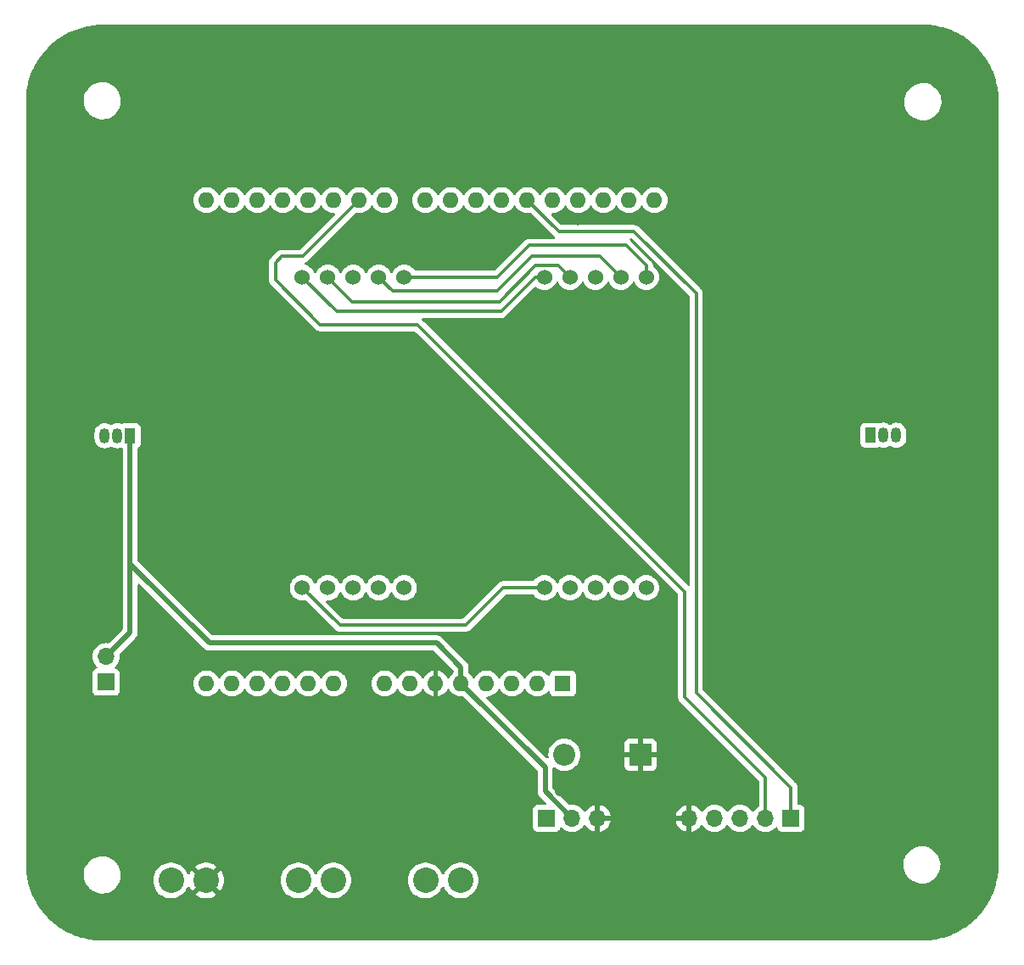
<source format=gbr>
%TF.GenerationSoftware,KiCad,Pcbnew,7.0.2*%
%TF.CreationDate,2023-04-27T19:49:05+02:00*%
%TF.ProjectId,CherrycountPCB,43686572-7279-4636-9f75-6e745043422e,rev?*%
%TF.SameCoordinates,Original*%
%TF.FileFunction,Copper,L2,Bot*%
%TF.FilePolarity,Positive*%
%FSLAX46Y46*%
G04 Gerber Fmt 4.6, Leading zero omitted, Abs format (unit mm)*
G04 Created by KiCad (PCBNEW 7.0.2) date 2023-04-27 19:49:05*
%MOMM*%
%LPD*%
G01*
G04 APERTURE LIST*
%TA.AperFunction,ComponentPad*%
%ADD10R,1.700000X1.700000*%
%TD*%
%TA.AperFunction,ComponentPad*%
%ADD11O,1.700000X1.700000*%
%TD*%
%TA.AperFunction,ComponentPad*%
%ADD12R,1.050000X1.500000*%
%TD*%
%TA.AperFunction,ComponentPad*%
%ADD13O,1.050000X1.500000*%
%TD*%
%TA.AperFunction,ComponentPad*%
%ADD14C,2.540000*%
%TD*%
%TA.AperFunction,ComponentPad*%
%ADD15R,1.600000X1.600000*%
%TD*%
%TA.AperFunction,ComponentPad*%
%ADD16O,1.600000X1.600000*%
%TD*%
%TA.AperFunction,ComponentPad*%
%ADD17R,2.200000X2.200000*%
%TD*%
%TA.AperFunction,ComponentPad*%
%ADD18O,2.200000X2.200000*%
%TD*%
%TA.AperFunction,ComponentPad*%
%ADD19C,1.524000*%
%TD*%
%TA.AperFunction,ViaPad*%
%ADD20C,0.800000*%
%TD*%
%TA.AperFunction,Conductor*%
%ADD21C,0.300000*%
%TD*%
%TA.AperFunction,Conductor*%
%ADD22C,0.500000*%
%TD*%
G04 APERTURE END LIST*
D10*
%TO.P,J2,1,Pin_1*%
%TO.N,Conn1x3*%
X133642000Y-129350000D03*
D11*
%TO.P,J2,2,Pin_2*%
%TO.N,Net-(A1-+5V)*%
X136182000Y-129350000D03*
%TO.P,J2,3,Pin_3*%
%TO.N,GND*%
X138722000Y-129350000D03*
%TD*%
D12*
%TO.P,Q1,1,E*%
%TO.N,Net-(A1-+5V)*%
X165990000Y-91110000D03*
D13*
%TO.P,Q1,2,B*%
%TO.N,Net-(Q1-B)*%
X167260000Y-91110000D03*
%TO.P,Q1,3,C*%
%TO.N,Net-(Q1-C)*%
X168530000Y-91110000D03*
%TD*%
D14*
%TO.P,J4,1,Pin_1*%
%TO.N,Net-(J4-Pin_1)*%
X121560000Y-135560000D03*
%TO.P,J4,2,Pin_2*%
%TO.N,Net-(J4-Pin_2)*%
X125060000Y-135560000D03*
%TD*%
D12*
%TO.P,Q2,1,E*%
%TO.N,Net-(A1-+5V)*%
X92090000Y-91160000D03*
D13*
%TO.P,Q2,2,B*%
%TO.N,Net-(Q2-B)*%
X90820000Y-91160000D03*
%TO.P,Q2,3,C*%
%TO.N,Net-(Q2-C)*%
X89550000Y-91160000D03*
%TD*%
D14*
%TO.P,J5,1,Pin_1*%
%TO.N,Net-(J4-Pin_1)*%
X108860000Y-135560000D03*
%TO.P,J5,2,Pin_2*%
%TO.N,Net-(J5-Pin_2)*%
X112360000Y-135560000D03*
%TD*%
%TO.P,J6,1,Pin_1*%
%TO.N,Net-(J5-Pin_2)*%
X96160000Y-135560000D03*
%TO.P,J6,2,Pin_2*%
%TO.N,GND*%
X99660000Y-135560000D03*
%TD*%
D10*
%TO.P,J3,1,Pin_1*%
%TO.N,D12*%
X158026000Y-129350000D03*
D11*
%TO.P,J3,2,Pin_2*%
%TO.N,D6*%
X155486000Y-129350000D03*
%TO.P,J3,3,Pin_3*%
%TO.N,Net-(A1-+5V)*%
X152946000Y-129350000D03*
%TO.P,J3,4,Pin_4*%
%TO.N,VIN*%
X150406000Y-129350000D03*
%TO.P,J3,5,Pin_5*%
%TO.N,GND*%
X147866000Y-129350000D03*
%TD*%
D10*
%TO.P,J1,1,Pin_1*%
%TO.N,Net-(A1-A5)*%
X89680000Y-115750000D03*
D11*
%TO.P,J1,2,Pin_2*%
%TO.N,Net-(A1-+5V)*%
X89680000Y-113210000D03*
%TD*%
D15*
%TO.P,A1,1,NC*%
%TO.N,unconnected-(A1-NC-Pad1)*%
X135270000Y-115888000D03*
D16*
%TO.P,A1,2,IOREF*%
%TO.N,unconnected-(A1-IOREF-Pad2)*%
X132730000Y-115888000D03*
%TO.P,A1,3,~{RESET}*%
%TO.N,unconnected-(A1-~{RESET}-Pad3)*%
X130190000Y-115888000D03*
%TO.P,A1,4,3V3*%
%TO.N,unconnected-(A1-3V3-Pad4)*%
X127650000Y-115888000D03*
%TO.P,A1,5,+5V*%
%TO.N,Net-(A1-+5V)*%
X125110000Y-115888000D03*
%TO.P,A1,6,GND*%
%TO.N,GND*%
X122570000Y-115888000D03*
%TO.P,A1,7,GND*%
%TO.N,unconnected-(A1-GND-Pad7)*%
X120030000Y-115888000D03*
%TO.P,A1,8,VIN*%
%TO.N,VIN*%
X117490000Y-115888000D03*
%TO.P,A1,9,A0*%
%TO.N,unconnected-(A1-A0-Pad9)*%
X112410000Y-115888000D03*
%TO.P,A1,10,A1*%
%TO.N,unconnected-(A1-A1-Pad10)*%
X109870000Y-115888000D03*
%TO.P,A1,11,A2*%
%TO.N,unconnected-(A1-A2-Pad11)*%
X107330000Y-115888000D03*
%TO.P,A1,12,A3*%
%TO.N,unconnected-(A1-A3-Pad12)*%
X104790000Y-115888000D03*
%TO.P,A1,13,A4*%
%TO.N,unconnected-(A1-A4-Pad13)*%
X102250000Y-115888000D03*
%TO.P,A1,14,A5*%
%TO.N,Net-(A1-A5)*%
X99710000Y-115888000D03*
%TO.P,A1,15,D0/RX*%
%TO.N,unconnected-(A1-D0{slash}RX-Pad15)*%
X99710000Y-67628000D03*
%TO.P,A1,16,D1/TX*%
%TO.N,Conn1x3*%
X102250000Y-67628000D03*
%TO.P,A1,17,D2/SDA*%
%TO.N,Net-(A1-D2{slash}SDA)*%
X104790000Y-67628000D03*
%TO.P,A1,18,D3/SCL*%
%TO.N,Net-(A1-D3{slash}SCL)*%
X107330000Y-67628000D03*
%TO.P,A1,19,D4*%
%TO.N,Net-(A1-D4)*%
X109870000Y-67628000D03*
%TO.P,A1,20,D5*%
%TO.N,Net-(A1-D5)*%
X112410000Y-67628000D03*
%TO.P,A1,21,D6*%
%TO.N,D6*%
X114950000Y-67628000D03*
%TO.P,A1,22,D7*%
%TO.N,BASE1*%
X117490000Y-67628000D03*
%TO.P,A1,23,D8*%
%TO.N,BASE2*%
X121550000Y-67628000D03*
%TO.P,A1,24,D9*%
%TO.N,Net-(A1-D9)*%
X124090000Y-67628000D03*
%TO.P,A1,25,D10*%
%TO.N,Net-(A1-D10)*%
X126630000Y-67628000D03*
%TO.P,A1,26,D11*%
%TO.N,Net-(A1-D11)*%
X129170000Y-67628000D03*
%TO.P,A1,27,D12*%
%TO.N,D12*%
X131710000Y-67628000D03*
%TO.P,A1,28,D13*%
%TO.N,Net-(A1-D13)*%
X134250000Y-67628000D03*
%TO.P,A1,29,GND*%
%TO.N,unconnected-(A1-GND-Pad29)*%
X136790000Y-67628000D03*
%TO.P,A1,30,AREF*%
%TO.N,unconnected-(A1-AREF-Pad30)*%
X139330000Y-67628000D03*
%TO.P,A1,31,SDA/D2*%
%TO.N,unconnected-(A1-SDA{slash}D2-Pad31)*%
X141870000Y-67628000D03*
%TO.P,A1,32,SCL/D3*%
%TO.N,unconnected-(A1-SCL{slash}D3-Pad32)*%
X144410000Y-67628000D03*
%TD*%
D17*
%TO.P,D1,1,A*%
%TO.N,GND*%
X143040000Y-123000000D03*
D18*
%TO.P,D1,2,K*%
%TO.N,VIN*%
X135420000Y-123000000D03*
%TD*%
D19*
%TO.P,AFF1,1,e*%
%TO.N,Net-(AFF1-e)*%
X143600000Y-75337000D03*
%TO.P,AFF1,2,d*%
%TO.N,Net-(AFF1-d)*%
X141060000Y-75337000D03*
%TO.P,AFF1,3,C.A.*%
%TO.N,Net-(Q1-C)*%
X138520000Y-75337000D03*
%TO.P,AFF1,4,c*%
%TO.N,Net-(AFF1-c)*%
X135980000Y-75337000D03*
%TO.P,AFF1,5,DP*%
%TO.N,DP*%
X133440000Y-75337000D03*
%TO.P,AFF1,6,b*%
%TO.N,Net-(AFF1-b)*%
X143600000Y-106337000D03*
%TO.P,AFF1,7,a*%
%TO.N,Net-(AFF1-a)*%
X141060000Y-106337000D03*
%TO.P,AFF1,8,C.A.*%
%TO.N,unconnected-(AFF1-C.A.-Pad8)*%
X138520000Y-106337000D03*
%TO.P,AFF1,9,f*%
%TO.N,Net-(AFF1-f)*%
X135980000Y-106337000D03*
%TO.P,AFF1,10,g*%
%TO.N,Net-(AFF1-g)*%
X133440000Y-106337000D03*
%TD*%
%TO.P,AFF2,1,e*%
%TO.N,Net-(AFF1-e)*%
X119437000Y-75337000D03*
%TO.P,AFF2,2,d*%
%TO.N,Net-(AFF1-d)*%
X116897000Y-75337000D03*
%TO.P,AFF2,3,C.A.*%
%TO.N,Net-(Q2-C)*%
X114357000Y-75337000D03*
%TO.P,AFF2,4,c*%
%TO.N,Net-(AFF1-c)*%
X111817000Y-75337000D03*
%TO.P,AFF2,5,DP*%
%TO.N,DP*%
X109277000Y-75337000D03*
%TO.P,AFF2,6,b*%
%TO.N,Net-(AFF1-b)*%
X119437000Y-106337000D03*
%TO.P,AFF2,7,a*%
%TO.N,Net-(AFF1-a)*%
X116897000Y-106337000D03*
%TO.P,AFF2,8,C.A.*%
%TO.N,unconnected-(AFF2-C.A.-Pad8)*%
X114357000Y-106337000D03*
%TO.P,AFF2,9,f*%
%TO.N,Net-(AFF1-f)*%
X111817000Y-106337000D03*
%TO.P,AFF2,10,g*%
%TO.N,Net-(AFF1-g)*%
X109277000Y-106337000D03*
%TD*%
D20*
%TO.N,GND*%
X106390000Y-71190000D03*
X136720000Y-69720000D03*
X139970000Y-104630000D03*
X116050000Y-108520000D03*
X104940000Y-76370000D03*
X92630000Y-69360000D03*
X141732000Y-85457000D03*
X134850000Y-126750000D03*
X145270000Y-106290000D03*
X148352000Y-71677000D03*
X118162000Y-91657000D03*
X131100000Y-70720000D03*
X132000000Y-125780000D03*
X134740000Y-84680000D03*
X108840000Y-92400000D03*
X122100000Y-94060000D03*
%TO.N,Net-(J4-Pin_2)*%
X124470000Y-135150000D03*
%TD*%
D21*
%TO.N,DP*%
X112697000Y-78757000D02*
X129102000Y-78757000D01*
X129102000Y-78757000D02*
X132522000Y-75337000D01*
X109277000Y-75337000D02*
X112697000Y-78757000D01*
X132522000Y-75337000D02*
X133440000Y-75337000D01*
D22*
%TO.N,Net-(A1-+5V)*%
X122680000Y-111860000D02*
X100010000Y-111860000D01*
X92090000Y-110800000D02*
X89680000Y-113210000D01*
X133500000Y-126668000D02*
X136182000Y-129350000D01*
X133500000Y-124278000D02*
X133500000Y-126668000D01*
X92090000Y-103460000D02*
X92090000Y-110800000D01*
X125110000Y-115888000D02*
X125110000Y-114290000D01*
X125110000Y-115888000D02*
X133500000Y-124278000D01*
X92090000Y-103940000D02*
X92090000Y-103460000D01*
X125110000Y-114290000D02*
X122680000Y-111860000D01*
X92090000Y-103460000D02*
X92090000Y-91160000D01*
X100010000Y-111860000D02*
X92090000Y-103940000D01*
D21*
%TO.N,D6*%
X109318000Y-73260000D02*
X114950000Y-67628000D01*
X120770000Y-80070000D02*
X111040000Y-80070000D01*
X155486000Y-129350000D02*
X155486000Y-125316000D01*
X106590000Y-73890000D02*
X107220000Y-73260000D01*
X155486000Y-125316000D02*
X147410000Y-117240000D01*
X147410000Y-106710000D02*
X120770000Y-80070000D01*
X107220000Y-73260000D02*
X109318000Y-73260000D01*
X147410000Y-117240000D02*
X147410000Y-106710000D01*
X106590000Y-75620000D02*
X106590000Y-73890000D01*
X111040000Y-80070000D02*
X106590000Y-75620000D01*
%TO.N,D12*%
X148590000Y-76985000D02*
X148590000Y-116840000D01*
X134859000Y-70777000D02*
X142382000Y-70777000D01*
X148590000Y-116840000D02*
X158026000Y-126276000D01*
X158026000Y-126276000D02*
X158026000Y-129350000D01*
X131710000Y-67628000D02*
X134859000Y-70777000D01*
X142382000Y-70777000D02*
X148590000Y-76985000D01*
%TO.N,Net-(AFF1-e)*%
X141567000Y-72157000D02*
X143600000Y-74190000D01*
X131922000Y-72157000D02*
X141567000Y-72157000D01*
X143600000Y-74190000D02*
X143600000Y-75337000D01*
X119437000Y-75337000D02*
X128742000Y-75337000D01*
X128742000Y-75337000D02*
X131922000Y-72157000D01*
%TO.N,Net-(AFF1-d)*%
X118267000Y-76707000D02*
X128752000Y-76707000D01*
X128752000Y-76707000D02*
X132202000Y-73257000D01*
X116897000Y-75337000D02*
X118267000Y-76707000D01*
X138980000Y-73257000D02*
X141060000Y-75337000D01*
X132202000Y-73257000D02*
X138980000Y-73257000D01*
%TO.N,Net-(AFF1-c)*%
X111817000Y-75337000D02*
X114237000Y-77757000D01*
X114237000Y-77757000D02*
X128992000Y-77757000D01*
X128992000Y-77757000D02*
X132562000Y-74187000D01*
X134830000Y-74187000D02*
X135980000Y-75337000D01*
X132562000Y-74187000D02*
X134830000Y-74187000D01*
%TO.N,Net-(AFF1-g)*%
X129302000Y-106337000D02*
X125569000Y-110070000D01*
X133440000Y-106337000D02*
X129302000Y-106337000D01*
X125569000Y-110070000D02*
X113010000Y-110070000D01*
X113010000Y-110070000D02*
X109277000Y-106337000D01*
%TD*%
%TA.AperFunction,Conductor*%
%TO.N,GND*%
G36*
X142128231Y-71447185D02*
G01*
X142148873Y-71463819D01*
X144234888Y-73549834D01*
X144244335Y-73567134D01*
X144254831Y-73571221D01*
X144266782Y-73581728D01*
X145051228Y-74366173D01*
X147903181Y-77218126D01*
X147936666Y-77279449D01*
X147939500Y-77305807D01*
X147939500Y-106020192D01*
X147919815Y-106087231D01*
X147867011Y-106132986D01*
X147797853Y-106142930D01*
X147734297Y-106113905D01*
X147727819Y-106107873D01*
X121290434Y-79670488D01*
X121277091Y-79653834D01*
X121243077Y-79621893D01*
X121207682Y-79561652D01*
X121210474Y-79491838D01*
X121250568Y-79434616D01*
X121315233Y-79408155D01*
X121327960Y-79407500D01*
X129016495Y-79407500D01*
X129037704Y-79409841D01*
X129040294Y-79409759D01*
X129040296Y-79409760D01*
X129110262Y-79407560D01*
X129114157Y-79407500D01*
X129139025Y-79407500D01*
X129142925Y-79407500D01*
X129147294Y-79406947D01*
X129158939Y-79406030D01*
X129204569Y-79404597D01*
X129224949Y-79398675D01*
X129243989Y-79394732D01*
X129265058Y-79392071D01*
X129307520Y-79375258D01*
X129318557Y-79371480D01*
X129362398Y-79358744D01*
X129380670Y-79347936D01*
X129398136Y-79339380D01*
X129417871Y-79331568D01*
X129454816Y-79304725D01*
X129464548Y-79298332D01*
X129503865Y-79275081D01*
X129518874Y-79260071D01*
X129533663Y-79247439D01*
X129550837Y-79234963D01*
X129579946Y-79199774D01*
X129587790Y-79191154D01*
X132461078Y-76317867D01*
X132522399Y-76284384D01*
X132592091Y-76289368D01*
X132619880Y-76303975D01*
X132625380Y-76307826D01*
X132806338Y-76434534D01*
X133006550Y-76527894D01*
X133219932Y-76585070D01*
X133440000Y-76604323D01*
X133660068Y-76585070D01*
X133873450Y-76527894D01*
X134073662Y-76434534D01*
X134254620Y-76307826D01*
X134410826Y-76151620D01*
X134537534Y-75970662D01*
X134597617Y-75841811D01*
X134643790Y-75789372D01*
X134710984Y-75770220D01*
X134777865Y-75790436D01*
X134822382Y-75841811D01*
X134882466Y-75970662D01*
X135009174Y-76151620D01*
X135165380Y-76307826D01*
X135346338Y-76434534D01*
X135546550Y-76527894D01*
X135759932Y-76585070D01*
X135980000Y-76604323D01*
X136200068Y-76585070D01*
X136413450Y-76527894D01*
X136613662Y-76434534D01*
X136794620Y-76307826D01*
X136950826Y-76151620D01*
X137077534Y-75970662D01*
X137137617Y-75841811D01*
X137183790Y-75789372D01*
X137250984Y-75770220D01*
X137317865Y-75790436D01*
X137362382Y-75841811D01*
X137422466Y-75970662D01*
X137549174Y-76151620D01*
X137705380Y-76307826D01*
X137886338Y-76434534D01*
X138086550Y-76527894D01*
X138299932Y-76585070D01*
X138520000Y-76604323D01*
X138740068Y-76585070D01*
X138953450Y-76527894D01*
X139153662Y-76434534D01*
X139334620Y-76307826D01*
X139490826Y-76151620D01*
X139617534Y-75970662D01*
X139677617Y-75841811D01*
X139723790Y-75789372D01*
X139790984Y-75770220D01*
X139857865Y-75790436D01*
X139902382Y-75841811D01*
X139962466Y-75970662D01*
X140089174Y-76151620D01*
X140245380Y-76307826D01*
X140426338Y-76434534D01*
X140626550Y-76527894D01*
X140839932Y-76585070D01*
X140986643Y-76597905D01*
X141059999Y-76604323D01*
X141059999Y-76604322D01*
X141060000Y-76604323D01*
X141280068Y-76585070D01*
X141493450Y-76527894D01*
X141693662Y-76434534D01*
X141874620Y-76307826D01*
X142030826Y-76151620D01*
X142157534Y-75970662D01*
X142217617Y-75841811D01*
X142263790Y-75789372D01*
X142330984Y-75770220D01*
X142397865Y-75790436D01*
X142442382Y-75841811D01*
X142502466Y-75970662D01*
X142629174Y-76151620D01*
X142785380Y-76307826D01*
X142966338Y-76434534D01*
X143166550Y-76527894D01*
X143379932Y-76585070D01*
X143600000Y-76604323D01*
X143820068Y-76585070D01*
X144033450Y-76527894D01*
X144233662Y-76434534D01*
X144414620Y-76307826D01*
X144570826Y-76151620D01*
X144697534Y-75970662D01*
X144790894Y-75770450D01*
X144848070Y-75557068D01*
X144867323Y-75337000D01*
X144848070Y-75116932D01*
X144790894Y-74903550D01*
X144697534Y-74703339D01*
X144570826Y-74522380D01*
X144414620Y-74366174D01*
X144372950Y-74336996D01*
X144303660Y-74288478D01*
X144260035Y-74233901D01*
X144250845Y-74190788D01*
X144250561Y-74181726D01*
X144250500Y-74177842D01*
X144250500Y-74152976D01*
X144250500Y-74149075D01*
X144249948Y-74144709D01*
X144249030Y-74133055D01*
X144248485Y-74115703D01*
X144247597Y-74087431D01*
X144241675Y-74067048D01*
X144237732Y-74048011D01*
X144235071Y-74026942D01*
X144218264Y-73984492D01*
X144214483Y-73973448D01*
X144201745Y-73929604D01*
X144201744Y-73929603D01*
X144201744Y-73929601D01*
X144190934Y-73911322D01*
X144182380Y-73893862D01*
X144174568Y-73874129D01*
X144147723Y-73837180D01*
X144141332Y-73827451D01*
X144118081Y-73788135D01*
X144103068Y-73773122D01*
X144090438Y-73758334D01*
X144078785Y-73742295D01*
X144077824Y-73739601D01*
X144068167Y-73733058D01*
X144042781Y-73712057D01*
X144034140Y-73704194D01*
X142087434Y-71757488D01*
X142074091Y-71740833D01*
X142021166Y-71691134D01*
X142018369Y-71688423D01*
X142000789Y-71670843D01*
X141998035Y-71668089D01*
X141994956Y-71665701D01*
X141994951Y-71665696D01*
X141994548Y-71665383D01*
X141985668Y-71657799D01*
X141968729Y-71641892D01*
X141933334Y-71581650D01*
X141936128Y-71511836D01*
X141976222Y-71454615D01*
X142040887Y-71428155D01*
X142053613Y-71427500D01*
X142061192Y-71427500D01*
X142128231Y-71447185D01*
G37*
%TD.AperFunction*%
%TA.AperFunction,Conductor*%
G36*
X171761323Y-50120649D02*
G01*
X171956830Y-50140749D01*
X172191590Y-50165989D01*
X172199375Y-50167078D01*
X172475997Y-50214774D01*
X172715756Y-50258033D01*
X172723021Y-50259572D01*
X172992816Y-50325320D01*
X173232141Y-50386406D01*
X173238970Y-50388359D01*
X173502131Y-50471883D01*
X173738313Y-50550494D01*
X173744633Y-50552790D01*
X174000681Y-50653763D01*
X174231761Y-50749481D01*
X174237553Y-50752056D01*
X174484531Y-50869514D01*
X174486698Y-50870571D01*
X174710126Y-50982412D01*
X174715333Y-50985177D01*
X174953363Y-51119015D01*
X174955791Y-51120419D01*
X175171005Y-51248113D01*
X175175739Y-51251068D01*
X175403707Y-51400593D01*
X175406419Y-51402423D01*
X175612178Y-51545284D01*
X175616375Y-51548330D01*
X175833553Y-51713021D01*
X175836351Y-51715210D01*
X176031540Y-51872503D01*
X176035220Y-51875588D01*
X176067152Y-51903431D01*
X176240489Y-52054573D01*
X176243488Y-52057274D01*
X176273405Y-52085128D01*
X176427049Y-52228176D01*
X176430234Y-52231250D01*
X176622748Y-52423764D01*
X176625822Y-52426949D01*
X176796720Y-52610506D01*
X176799425Y-52613509D01*
X176978404Y-52818771D01*
X176981495Y-52822458D01*
X177138775Y-53017630D01*
X177140992Y-53020465D01*
X177160008Y-53045541D01*
X177305662Y-53237615D01*
X177308714Y-53241820D01*
X177451575Y-53447579D01*
X177453405Y-53450291D01*
X177602930Y-53678259D01*
X177605885Y-53682993D01*
X177733579Y-53898207D01*
X177735024Y-53900707D01*
X177868804Y-54138634D01*
X177871602Y-54143903D01*
X177983407Y-54367260D01*
X177984504Y-54369509D01*
X178101939Y-54616438D01*
X178104519Y-54622241D01*
X178200248Y-54853349D01*
X178301207Y-55109360D01*
X178303504Y-55115683D01*
X178382124Y-55351894D01*
X178465637Y-55615022D01*
X178467593Y-55621861D01*
X178528686Y-55861214D01*
X178594416Y-56130932D01*
X178595971Y-56138271D01*
X178639242Y-56378096D01*
X178686918Y-56654610D01*
X178688010Y-56662422D01*
X178713251Y-56897178D01*
X178742684Y-57183477D01*
X178743255Y-57191730D01*
X178750350Y-57390327D01*
X178761274Y-57710046D01*
X178761346Y-57714280D01*
X178761346Y-133937873D01*
X178761274Y-133942107D01*
X178750923Y-134245107D01*
X178743189Y-134461101D01*
X178742618Y-134469344D01*
X178714276Y-134745047D01*
X178687890Y-134990470D01*
X178686798Y-134998283D01*
X178640267Y-135268160D01*
X178595796Y-135514638D01*
X178594241Y-135521977D01*
X178529707Y-135786797D01*
X178467362Y-136031061D01*
X178465405Y-136037902D01*
X178383124Y-136297153D01*
X178303218Y-136537236D01*
X178300920Y-136543562D01*
X178201234Y-136796350D01*
X178104151Y-137030730D01*
X178101574Y-137036525D01*
X177985483Y-137280629D01*
X177984386Y-137282877D01*
X177871150Y-137509096D01*
X177868352Y-137514366D01*
X177735993Y-137749767D01*
X177734549Y-137752266D01*
X177605364Y-137969997D01*
X177602409Y-137974732D01*
X177454354Y-138200462D01*
X177452523Y-138203174D01*
X177308071Y-138411225D01*
X177305019Y-138415430D01*
X177141960Y-138630457D01*
X177139707Y-138633338D01*
X176980745Y-138830597D01*
X176977655Y-138834284D01*
X176800349Y-139037629D01*
X176797643Y-139040631D01*
X176624935Y-139226134D01*
X176621861Y-139229320D01*
X176431158Y-139420024D01*
X176427973Y-139423098D01*
X176242442Y-139595835D01*
X176239440Y-139598540D01*
X176036151Y-139775800D01*
X176032463Y-139778891D01*
X175835166Y-139937884D01*
X175832286Y-139940137D01*
X175617262Y-140103196D01*
X175613056Y-140106248D01*
X175404984Y-140250716D01*
X175402272Y-140252546D01*
X175176590Y-140400572D01*
X175171856Y-140403527D01*
X174954117Y-140532719D01*
X174951617Y-140534164D01*
X174716203Y-140666532D01*
X174710934Y-140669330D01*
X174484713Y-140782570D01*
X174482464Y-140783667D01*
X174238374Y-140899752D01*
X174232571Y-140902332D01*
X173998152Y-140999433D01*
X173745434Y-141099092D01*
X173739112Y-141101389D01*
X173499002Y-141181308D01*
X173239739Y-141263596D01*
X173232899Y-141265552D01*
X172988700Y-141327882D01*
X172723816Y-141392433D01*
X172716477Y-141393988D01*
X172470023Y-141438455D01*
X172200111Y-141484993D01*
X172192299Y-141486085D01*
X171946940Y-141512466D01*
X171671209Y-141540813D01*
X171662956Y-141541384D01*
X171434120Y-141549559D01*
X171145289Y-141559428D01*
X171141055Y-141559500D01*
X89302126Y-141559500D01*
X89297892Y-141559428D01*
X88978225Y-141548507D01*
X88779574Y-141541412D01*
X88771320Y-141540841D01*
X88485175Y-141511425D01*
X88250250Y-141486167D01*
X88242438Y-141485075D01*
X87966027Y-141437418D01*
X87726107Y-141394131D01*
X87718767Y-141392576D01*
X87449065Y-141326851D01*
X87209707Y-141265758D01*
X87202866Y-141263801D01*
X86939718Y-141180283D01*
X86845002Y-141148759D01*
X86703540Y-141101676D01*
X86697229Y-141099383D01*
X86441188Y-140998414D01*
X86210071Y-140902683D01*
X86204276Y-140900106D01*
X85957324Y-140782660D01*
X85955075Y-140781563D01*
X85731755Y-140669777D01*
X85726487Y-140666979D01*
X85488514Y-140533174D01*
X85486013Y-140531730D01*
X85270856Y-140404071D01*
X85266122Y-140401116D01*
X85038101Y-140251557D01*
X85035389Y-140249726D01*
X84829650Y-140106879D01*
X84825445Y-140103827D01*
X84608349Y-139939198D01*
X84605468Y-139936946D01*
X84410286Y-139779659D01*
X84406599Y-139776567D01*
X84201323Y-139597575D01*
X84198320Y-139594870D01*
X84014792Y-139424000D01*
X84011607Y-139420926D01*
X83819072Y-139228391D01*
X83815998Y-139225206D01*
X83645128Y-139041678D01*
X83642423Y-139038675D01*
X83463431Y-138833399D01*
X83460352Y-138829727D01*
X83303046Y-138634523D01*
X83300800Y-138631649D01*
X83136171Y-138414553D01*
X83133119Y-138410348D01*
X82990272Y-138204609D01*
X82988441Y-138201897D01*
X82838882Y-137973876D01*
X82835938Y-137969160D01*
X82708229Y-137753917D01*
X82706824Y-137751484D01*
X82573019Y-137513511D01*
X82570234Y-137508269D01*
X82458405Y-137284862D01*
X82457338Y-137282674D01*
X82339884Y-137035704D01*
X82337314Y-137029922D01*
X82241585Y-136798810D01*
X82140615Y-136542768D01*
X82138319Y-136536445D01*
X82059732Y-136300331D01*
X81976188Y-136037105D01*
X81974245Y-136030312D01*
X81913148Y-135790934D01*
X81897245Y-135725675D01*
X81847416Y-135521205D01*
X81845870Y-135513907D01*
X81802592Y-135274032D01*
X81767027Y-135067764D01*
X87445787Y-135067764D01*
X87475413Y-135337016D01*
X87487145Y-135381890D01*
X87543928Y-135599088D01*
X87644468Y-135835677D01*
X87649871Y-135848392D01*
X87790982Y-136079611D01*
X87964253Y-136287818D01*
X87964255Y-136287820D01*
X88165998Y-136468582D01*
X88391910Y-136618044D01*
X88498211Y-136667876D01*
X88637177Y-136733021D01*
X88896562Y-136811058D01*
X88896569Y-136811060D01*
X89164561Y-136850500D01*
X89164564Y-136850500D01*
X89365369Y-136850500D01*
X89367631Y-136850500D01*
X89570156Y-136835677D01*
X89834553Y-136776780D01*
X90087558Y-136680014D01*
X90323777Y-136547441D01*
X90538177Y-136381888D01*
X90726186Y-136186881D01*
X90883799Y-135966579D01*
X91007656Y-135725675D01*
X91064177Y-135560000D01*
X94384534Y-135560000D01*
X94404364Y-135824616D01*
X94463414Y-136083329D01*
X94560360Y-136330343D01*
X94685701Y-136547441D01*
X94693042Y-136560155D01*
X94858492Y-136767623D01*
X94947634Y-136850334D01*
X95053018Y-136948116D01*
X95271630Y-137097163D01*
X95272268Y-137097598D01*
X95511350Y-137212734D01*
X95764922Y-137290950D01*
X95980748Y-137323480D01*
X96027318Y-137330500D01*
X96027319Y-137330500D01*
X96292682Y-137330500D01*
X96332231Y-137324538D01*
X96555078Y-137290950D01*
X96808650Y-137212734D01*
X97047733Y-137097598D01*
X97226645Y-136975617D01*
X97266986Y-136948113D01*
X97388163Y-136835677D01*
X97461508Y-136767623D01*
X97626958Y-136560155D01*
X97759639Y-136330345D01*
X97794842Y-136240647D01*
X97837655Y-136185438D01*
X97903524Y-136162137D01*
X97971535Y-136178146D01*
X98020094Y-136228384D01*
X98025696Y-136240650D01*
X98060814Y-136330128D01*
X98193456Y-136559871D01*
X98243642Y-136622803D01*
X98243643Y-136622803D01*
X99011564Y-135854882D01*
X99070395Y-135966975D01*
X99184923Y-136096251D01*
X99327061Y-136194362D01*
X99364856Y-136208695D01*
X98596438Y-136977112D01*
X98772521Y-137097163D01*
X99011533Y-137212265D01*
X99265034Y-137290461D01*
X99527356Y-137330000D01*
X99792644Y-137330000D01*
X100054965Y-137290461D01*
X100308469Y-137212265D01*
X100547481Y-137097163D01*
X100723560Y-136977112D01*
X99955143Y-136208695D01*
X99992939Y-136194362D01*
X100135077Y-136096251D01*
X100249605Y-135966975D01*
X100308435Y-135854882D01*
X101076355Y-136622803D01*
X101126543Y-136559870D01*
X101259186Y-136330126D01*
X101356105Y-136083182D01*
X101415138Y-135824542D01*
X101434963Y-135560000D01*
X107084534Y-135560000D01*
X107104364Y-135824616D01*
X107163414Y-136083329D01*
X107260360Y-136330343D01*
X107385701Y-136547441D01*
X107393042Y-136560155D01*
X107558492Y-136767623D01*
X107647634Y-136850334D01*
X107753018Y-136948116D01*
X107971630Y-137097163D01*
X107972268Y-137097598D01*
X108211350Y-137212734D01*
X108464922Y-137290950D01*
X108680748Y-137323480D01*
X108727318Y-137330500D01*
X108727319Y-137330500D01*
X108992682Y-137330500D01*
X109032232Y-137324538D01*
X109255078Y-137290950D01*
X109508650Y-137212734D01*
X109747733Y-137097598D01*
X109926645Y-136975617D01*
X109966986Y-136948113D01*
X110088163Y-136835677D01*
X110161508Y-136767623D01*
X110326958Y-136560155D01*
X110459639Y-136330345D01*
X110494572Y-136241335D01*
X110537387Y-136186122D01*
X110603257Y-136162821D01*
X110671268Y-136178832D01*
X110719827Y-136229069D01*
X110725425Y-136241331D01*
X110743670Y-136287818D01*
X110760360Y-136330343D01*
X110885701Y-136547441D01*
X110893042Y-136560155D01*
X111058492Y-136767623D01*
X111147634Y-136850334D01*
X111253018Y-136948116D01*
X111471630Y-137097163D01*
X111472268Y-137097598D01*
X111711350Y-137212734D01*
X111964922Y-137290950D01*
X112180748Y-137323480D01*
X112227318Y-137330500D01*
X112227319Y-137330500D01*
X112492682Y-137330500D01*
X112532232Y-137324538D01*
X112755078Y-137290950D01*
X113008650Y-137212734D01*
X113247733Y-137097598D01*
X113426645Y-136975617D01*
X113466986Y-136948113D01*
X113588163Y-136835677D01*
X113661508Y-136767623D01*
X113826958Y-136560155D01*
X113959639Y-136330345D01*
X114056586Y-136083327D01*
X114115635Y-135824619D01*
X114135465Y-135560000D01*
X119784534Y-135560000D01*
X119804364Y-135824616D01*
X119863414Y-136083329D01*
X119960360Y-136330343D01*
X120085701Y-136547441D01*
X120093042Y-136560155D01*
X120258492Y-136767623D01*
X120347634Y-136850334D01*
X120453018Y-136948116D01*
X120671630Y-137097163D01*
X120672268Y-137097598D01*
X120911350Y-137212734D01*
X121164922Y-137290950D01*
X121380748Y-137323480D01*
X121427318Y-137330500D01*
X121427319Y-137330500D01*
X121692682Y-137330500D01*
X121732231Y-137324538D01*
X121955078Y-137290950D01*
X122208650Y-137212734D01*
X122447733Y-137097598D01*
X122626645Y-136975617D01*
X122666986Y-136948113D01*
X122788163Y-136835677D01*
X122861508Y-136767623D01*
X123026958Y-136560155D01*
X123159639Y-136330345D01*
X123194572Y-136241335D01*
X123237387Y-136186122D01*
X123303257Y-136162821D01*
X123371268Y-136178832D01*
X123419827Y-136229069D01*
X123425425Y-136241331D01*
X123443670Y-136287818D01*
X123460360Y-136330343D01*
X123585701Y-136547441D01*
X123593042Y-136560155D01*
X123758492Y-136767623D01*
X123847634Y-136850334D01*
X123953018Y-136948116D01*
X124171630Y-137097163D01*
X124172268Y-137097598D01*
X124411350Y-137212734D01*
X124664922Y-137290950D01*
X124880748Y-137323480D01*
X124927318Y-137330500D01*
X124927319Y-137330500D01*
X125192682Y-137330500D01*
X125232231Y-137324538D01*
X125455078Y-137290950D01*
X125708650Y-137212734D01*
X125947733Y-137097598D01*
X126126645Y-136975617D01*
X126166986Y-136948113D01*
X126288163Y-136835677D01*
X126361508Y-136767623D01*
X126526958Y-136560155D01*
X126659639Y-136330345D01*
X126756586Y-136083327D01*
X126815635Y-135824619D01*
X126835465Y-135560000D01*
X126815635Y-135295381D01*
X126756586Y-135036673D01*
X126659639Y-134789655D01*
X126526958Y-134559845D01*
X126361508Y-134352377D01*
X126344953Y-134337016D01*
X126166986Y-134171886D01*
X126014267Y-134067764D01*
X169245787Y-134067764D01*
X169275413Y-134337016D01*
X169317290Y-134497195D01*
X169343928Y-134599088D01*
X169424911Y-134789656D01*
X169449871Y-134848392D01*
X169590982Y-135079611D01*
X169764253Y-135287818D01*
X169764255Y-135287820D01*
X169965998Y-135468582D01*
X170191910Y-135618044D01*
X170252303Y-135646355D01*
X170437177Y-135733021D01*
X170696562Y-135811058D01*
X170696569Y-135811060D01*
X170964561Y-135850500D01*
X170964564Y-135850500D01*
X171165369Y-135850500D01*
X171167631Y-135850500D01*
X171370156Y-135835677D01*
X171634553Y-135776780D01*
X171887558Y-135680014D01*
X172123777Y-135547441D01*
X172338177Y-135381888D01*
X172526186Y-135186881D01*
X172683799Y-134966579D01*
X172807656Y-134725675D01*
X172895118Y-134469305D01*
X172944319Y-134202933D01*
X172954212Y-133932235D01*
X172924586Y-133662982D01*
X172856072Y-133400912D01*
X172750130Y-133151610D01*
X172609018Y-132920390D01*
X172609017Y-132920388D01*
X172435746Y-132712181D01*
X172330759Y-132618112D01*
X172234002Y-132531418D01*
X172008090Y-132381956D01*
X172008086Y-132381954D01*
X171762822Y-132266978D01*
X171503437Y-132188941D01*
X171503431Y-132188940D01*
X171235439Y-132149500D01*
X171032369Y-132149500D01*
X171030120Y-132149664D01*
X171030109Y-132149665D01*
X170829843Y-132164322D01*
X170565449Y-132223219D01*
X170312441Y-132319986D01*
X170076223Y-132452559D01*
X169861825Y-132618109D01*
X169673813Y-132813120D01*
X169516201Y-133033420D01*
X169392342Y-133274329D01*
X169304881Y-133530695D01*
X169255680Y-133797066D01*
X169245787Y-134067764D01*
X126014267Y-134067764D01*
X125947732Y-134022401D01*
X125708650Y-133907266D01*
X125455079Y-133829050D01*
X125192682Y-133789500D01*
X125192681Y-133789500D01*
X124927319Y-133789500D01*
X124927318Y-133789500D01*
X124664920Y-133829050D01*
X124411351Y-133907265D01*
X124172265Y-134022403D01*
X123953018Y-134171883D01*
X123758492Y-134352377D01*
X123593041Y-134559845D01*
X123460360Y-134789656D01*
X123425428Y-134878663D01*
X123382612Y-134933877D01*
X123316742Y-134957178D01*
X123248732Y-134941167D01*
X123200173Y-134890929D01*
X123194572Y-134878663D01*
X123162548Y-134797067D01*
X123159639Y-134789655D01*
X123026958Y-134559845D01*
X122861508Y-134352377D01*
X122844953Y-134337016D01*
X122666986Y-134171886D01*
X122447732Y-134022401D01*
X122208650Y-133907266D01*
X121955079Y-133829050D01*
X121692682Y-133789500D01*
X121692681Y-133789500D01*
X121427319Y-133789500D01*
X121427318Y-133789500D01*
X121164920Y-133829050D01*
X120911351Y-133907265D01*
X120672265Y-134022403D01*
X120453018Y-134171883D01*
X120258492Y-134352377D01*
X120093041Y-134559845D01*
X119960360Y-134789656D01*
X119863414Y-135036670D01*
X119804364Y-135295383D01*
X119784534Y-135560000D01*
X114135465Y-135560000D01*
X114115635Y-135295381D01*
X114056586Y-135036673D01*
X113959639Y-134789655D01*
X113826958Y-134559845D01*
X113661508Y-134352377D01*
X113644953Y-134337016D01*
X113466986Y-134171886D01*
X113247732Y-134022401D01*
X113008650Y-133907266D01*
X112755079Y-133829050D01*
X112492682Y-133789500D01*
X112492681Y-133789500D01*
X112227319Y-133789500D01*
X112227318Y-133789500D01*
X111964920Y-133829050D01*
X111711351Y-133907265D01*
X111472265Y-134022403D01*
X111253018Y-134171883D01*
X111058492Y-134352377D01*
X110893041Y-134559845D01*
X110760360Y-134789656D01*
X110725428Y-134878663D01*
X110682612Y-134933877D01*
X110616742Y-134957178D01*
X110548732Y-134941167D01*
X110500173Y-134890929D01*
X110494572Y-134878663D01*
X110462548Y-134797067D01*
X110459639Y-134789655D01*
X110326958Y-134559845D01*
X110161508Y-134352377D01*
X110144953Y-134337016D01*
X109966986Y-134171886D01*
X109747732Y-134022401D01*
X109508650Y-133907266D01*
X109255079Y-133829050D01*
X108992682Y-133789500D01*
X108992681Y-133789500D01*
X108727319Y-133789500D01*
X108727318Y-133789500D01*
X108464920Y-133829050D01*
X108211351Y-133907265D01*
X107972265Y-134022403D01*
X107753018Y-134171883D01*
X107558492Y-134352377D01*
X107393041Y-134559845D01*
X107260360Y-134789656D01*
X107163414Y-135036670D01*
X107104364Y-135295383D01*
X107084534Y-135560000D01*
X101434963Y-135560000D01*
X101434963Y-135559999D01*
X101415138Y-135295457D01*
X101356105Y-135036817D01*
X101259186Y-134789873D01*
X101126543Y-134560128D01*
X101076355Y-134497195D01*
X100308435Y-135265116D01*
X100249605Y-135153025D01*
X100135077Y-135023749D01*
X99992939Y-134925638D01*
X99955143Y-134911304D01*
X100723560Y-134142886D01*
X100547481Y-134022836D01*
X100308469Y-133907734D01*
X100054965Y-133829538D01*
X99792644Y-133790000D01*
X99527356Y-133790000D01*
X99265034Y-133829538D01*
X99011533Y-133907734D01*
X98772518Y-134022837D01*
X98596438Y-134142886D01*
X99364856Y-134911304D01*
X99327061Y-134925638D01*
X99184923Y-135023749D01*
X99070395Y-135153025D01*
X99011564Y-135265117D01*
X98243643Y-134497196D01*
X98193455Y-134560130D01*
X98060814Y-134789871D01*
X98025696Y-134879349D01*
X97982879Y-134934563D01*
X97917009Y-134957863D01*
X97848999Y-134941852D01*
X97800441Y-134891613D01*
X97794848Y-134879368D01*
X97759639Y-134789655D01*
X97626958Y-134559845D01*
X97461508Y-134352377D01*
X97444953Y-134337016D01*
X97266986Y-134171886D01*
X97047732Y-134022401D01*
X96808650Y-133907266D01*
X96555079Y-133829050D01*
X96292682Y-133789500D01*
X96292681Y-133789500D01*
X96027319Y-133789500D01*
X96027318Y-133789500D01*
X95764920Y-133829050D01*
X95511351Y-133907265D01*
X95272265Y-134022403D01*
X95053018Y-134171883D01*
X94858492Y-134352377D01*
X94693041Y-134559845D01*
X94560360Y-134789656D01*
X94463414Y-135036670D01*
X94404364Y-135295383D01*
X94384534Y-135560000D01*
X91064177Y-135560000D01*
X91095118Y-135469305D01*
X91144319Y-135202933D01*
X91154212Y-134932235D01*
X91124586Y-134662982D01*
X91056072Y-134400912D01*
X90950130Y-134151610D01*
X90820681Y-133939500D01*
X90809017Y-133920388D01*
X90635746Y-133712181D01*
X90580837Y-133662982D01*
X90434002Y-133531418D01*
X90208090Y-133381956D01*
X90208086Y-133381954D01*
X89962822Y-133266978D01*
X89703437Y-133188941D01*
X89703431Y-133188940D01*
X89435439Y-133149500D01*
X89232369Y-133149500D01*
X89230120Y-133149664D01*
X89230109Y-133149665D01*
X89029843Y-133164322D01*
X88765449Y-133223219D01*
X88512441Y-133319986D01*
X88276223Y-133452559D01*
X88061825Y-133618109D01*
X87873813Y-133813120D01*
X87716201Y-134033420D01*
X87592342Y-134274329D01*
X87504881Y-134530695D01*
X87455680Y-134797066D01*
X87445787Y-135067764D01*
X81767027Y-135067764D01*
X81754923Y-134997560D01*
X81753835Y-134989788D01*
X81728594Y-134755017D01*
X81699155Y-134468651D01*
X81698588Y-134460454D01*
X81691504Y-134262138D01*
X81680572Y-133942107D01*
X81680500Y-133937874D01*
X81680500Y-113209999D01*
X88324340Y-113209999D01*
X88344936Y-113445407D01*
X88389709Y-113612502D01*
X88406097Y-113673663D01*
X88505965Y-113887830D01*
X88641505Y-114081401D01*
X88641508Y-114081404D01*
X88763430Y-114203326D01*
X88796915Y-114264649D01*
X88791931Y-114334341D01*
X88750059Y-114390274D01*
X88719083Y-114407189D01*
X88587669Y-114456204D01*
X88472454Y-114542454D01*
X88386204Y-114657668D01*
X88335909Y-114792516D01*
X88332054Y-114828376D01*
X88329500Y-114852127D01*
X88329500Y-114855448D01*
X88329500Y-114855449D01*
X88329500Y-116644560D01*
X88329500Y-116644578D01*
X88329501Y-116647872D01*
X88329853Y-116651152D01*
X88329854Y-116651159D01*
X88335909Y-116707484D01*
X88355648Y-116760405D01*
X88386204Y-116842331D01*
X88472454Y-116957546D01*
X88587669Y-117043796D01*
X88722517Y-117094091D01*
X88782127Y-117100500D01*
X90577872Y-117100499D01*
X90637483Y-117094091D01*
X90772331Y-117043796D01*
X90887546Y-116957546D01*
X90973796Y-116842331D01*
X91024091Y-116707483D01*
X91030500Y-116647873D01*
X91030500Y-115888000D01*
X98404531Y-115888000D01*
X98424364Y-116114689D01*
X98483261Y-116334497D01*
X98579432Y-116540735D01*
X98709953Y-116727140D01*
X98870859Y-116888046D01*
X99057264Y-117018567D01*
X99057265Y-117018567D01*
X99057266Y-117018568D01*
X99263504Y-117114739D01*
X99483308Y-117173635D01*
X99710000Y-117193468D01*
X99936692Y-117173635D01*
X100156496Y-117114739D01*
X100362734Y-117018568D01*
X100549139Y-116888047D01*
X100710047Y-116727139D01*
X100840568Y-116540734D01*
X100867618Y-116482724D01*
X100913790Y-116430285D01*
X100980983Y-116411133D01*
X101047865Y-116431348D01*
X101092382Y-116482725D01*
X101119431Y-116540733D01*
X101249953Y-116727140D01*
X101410859Y-116888046D01*
X101597264Y-117018567D01*
X101597265Y-117018567D01*
X101597266Y-117018568D01*
X101803504Y-117114739D01*
X102023308Y-117173635D01*
X102174435Y-117186857D01*
X102249999Y-117193468D01*
X102249999Y-117193467D01*
X102250000Y-117193468D01*
X102476692Y-117173635D01*
X102696496Y-117114739D01*
X102902734Y-117018568D01*
X103089139Y-116888047D01*
X103250047Y-116727139D01*
X103380568Y-116540734D01*
X103407619Y-116482721D01*
X103453788Y-116430286D01*
X103520981Y-116411133D01*
X103587862Y-116431348D01*
X103632380Y-116482722D01*
X103659432Y-116540733D01*
X103659433Y-116540736D01*
X103789953Y-116727140D01*
X103950859Y-116888046D01*
X104137264Y-117018567D01*
X104137265Y-117018567D01*
X104137266Y-117018568D01*
X104343504Y-117114739D01*
X104563308Y-117173635D01*
X104790000Y-117193468D01*
X105016692Y-117173635D01*
X105236496Y-117114739D01*
X105442734Y-117018568D01*
X105629139Y-116888047D01*
X105790047Y-116727139D01*
X105920568Y-116540734D01*
X105947618Y-116482724D01*
X105993790Y-116430285D01*
X106060983Y-116411133D01*
X106127865Y-116431348D01*
X106172382Y-116482725D01*
X106199431Y-116540733D01*
X106329953Y-116727140D01*
X106490859Y-116888046D01*
X106677264Y-117018567D01*
X106677265Y-117018567D01*
X106677266Y-117018568D01*
X106883504Y-117114739D01*
X107103308Y-117173635D01*
X107254436Y-117186856D01*
X107329999Y-117193468D01*
X107329999Y-117193467D01*
X107330000Y-117193468D01*
X107556692Y-117173635D01*
X107776496Y-117114739D01*
X107982734Y-117018568D01*
X108169139Y-116888047D01*
X108330047Y-116727139D01*
X108460568Y-116540734D01*
X108487618Y-116482724D01*
X108533790Y-116430285D01*
X108600983Y-116411133D01*
X108667865Y-116431348D01*
X108712382Y-116482725D01*
X108739431Y-116540733D01*
X108869953Y-116727140D01*
X109030859Y-116888046D01*
X109217264Y-117018567D01*
X109217265Y-117018567D01*
X109217266Y-117018568D01*
X109423504Y-117114739D01*
X109643308Y-117173635D01*
X109870000Y-117193468D01*
X110096692Y-117173635D01*
X110316496Y-117114739D01*
X110522734Y-117018568D01*
X110709139Y-116888047D01*
X110870047Y-116727139D01*
X111000568Y-116540734D01*
X111027618Y-116482724D01*
X111073790Y-116430285D01*
X111140983Y-116411133D01*
X111207865Y-116431348D01*
X111252382Y-116482725D01*
X111279431Y-116540733D01*
X111409953Y-116727140D01*
X111570859Y-116888046D01*
X111757264Y-117018567D01*
X111757265Y-117018567D01*
X111757266Y-117018568D01*
X111963504Y-117114739D01*
X112183308Y-117173635D01*
X112410000Y-117193468D01*
X112636692Y-117173635D01*
X112856496Y-117114739D01*
X113062734Y-117018568D01*
X113249139Y-116888047D01*
X113410047Y-116727139D01*
X113540568Y-116540734D01*
X113636739Y-116334496D01*
X113695635Y-116114692D01*
X113715468Y-115888000D01*
X113695635Y-115661308D01*
X113636739Y-115441504D01*
X113540568Y-115235266D01*
X113436637Y-115086835D01*
X113410046Y-115048859D01*
X113249140Y-114887953D01*
X113062735Y-114757432D01*
X112856497Y-114661261D01*
X112636689Y-114602364D01*
X112410000Y-114582531D01*
X112183310Y-114602364D01*
X111963502Y-114661261D01*
X111757264Y-114757432D01*
X111570859Y-114887953D01*
X111409953Y-115048859D01*
X111279433Y-115235263D01*
X111252382Y-115293275D01*
X111206209Y-115345714D01*
X111139015Y-115364865D01*
X111072134Y-115344649D01*
X111027618Y-115293275D01*
X111000687Y-115235522D01*
X111000568Y-115235266D01*
X110919854Y-115119993D01*
X110870046Y-115048859D01*
X110709140Y-114887953D01*
X110522735Y-114757432D01*
X110316497Y-114661261D01*
X110096689Y-114602364D01*
X109870000Y-114582531D01*
X109643310Y-114602364D01*
X109423502Y-114661261D01*
X109217264Y-114757432D01*
X109030859Y-114887953D01*
X108869953Y-115048859D01*
X108739433Y-115235263D01*
X108712382Y-115293275D01*
X108666209Y-115345714D01*
X108599015Y-115364865D01*
X108532134Y-115344649D01*
X108487618Y-115293275D01*
X108460687Y-115235522D01*
X108460568Y-115235266D01*
X108379854Y-115119993D01*
X108330046Y-115048859D01*
X108169140Y-114887953D01*
X107982735Y-114757432D01*
X107776497Y-114661261D01*
X107556689Y-114602364D01*
X107329999Y-114582531D01*
X107103310Y-114602364D01*
X106883502Y-114661261D01*
X106677264Y-114757432D01*
X106490859Y-114887953D01*
X106329953Y-115048859D01*
X106199433Y-115235263D01*
X106172382Y-115293275D01*
X106126209Y-115345714D01*
X106059015Y-115364865D01*
X105992134Y-115344649D01*
X105947618Y-115293275D01*
X105920687Y-115235522D01*
X105920568Y-115235266D01*
X105839854Y-115119993D01*
X105790046Y-115048859D01*
X105629140Y-114887953D01*
X105442735Y-114757432D01*
X105236497Y-114661261D01*
X105016689Y-114602364D01*
X104790000Y-114582531D01*
X104563310Y-114602364D01*
X104343502Y-114661261D01*
X104137264Y-114757432D01*
X103950859Y-114887953D01*
X103789953Y-115048859D01*
X103659433Y-115235263D01*
X103632382Y-115293275D01*
X103586209Y-115345714D01*
X103519015Y-115364865D01*
X103452134Y-115344649D01*
X103407618Y-115293275D01*
X103380687Y-115235522D01*
X103380568Y-115235266D01*
X103299854Y-115119993D01*
X103250046Y-115048859D01*
X103089140Y-114887953D01*
X102902735Y-114757432D01*
X102696497Y-114661261D01*
X102476689Y-114602364D01*
X102249999Y-114582531D01*
X102023310Y-114602364D01*
X101803502Y-114661261D01*
X101597264Y-114757432D01*
X101410859Y-114887953D01*
X101249953Y-115048859D01*
X101119433Y-115235263D01*
X101092382Y-115293275D01*
X101046209Y-115345714D01*
X100979015Y-115364865D01*
X100912134Y-115344649D01*
X100867618Y-115293275D01*
X100840687Y-115235522D01*
X100840568Y-115235266D01*
X100759854Y-115119993D01*
X100710046Y-115048859D01*
X100549140Y-114887953D01*
X100362735Y-114757432D01*
X100156497Y-114661261D01*
X99936689Y-114602364D01*
X99710000Y-114582531D01*
X99483310Y-114602364D01*
X99263502Y-114661261D01*
X99057264Y-114757432D01*
X98870859Y-114887953D01*
X98709953Y-115048859D01*
X98579432Y-115235264D01*
X98483261Y-115441502D01*
X98424364Y-115661310D01*
X98404531Y-115888000D01*
X91030500Y-115888000D01*
X91030499Y-114852128D01*
X91024091Y-114792517D01*
X90973796Y-114657669D01*
X90887546Y-114542454D01*
X90772331Y-114456204D01*
X90710898Y-114433291D01*
X90640916Y-114407189D01*
X90584983Y-114365317D01*
X90560566Y-114299853D01*
X90575418Y-114231580D01*
X90596563Y-114203332D01*
X90718495Y-114081401D01*
X90854035Y-113887830D01*
X90953903Y-113673663D01*
X91015063Y-113445408D01*
X91035659Y-113210000D01*
X91017022Y-112996985D01*
X91030788Y-112928486D01*
X91052866Y-112898500D01*
X92575638Y-111375727D01*
X92589256Y-111363957D01*
X92608530Y-111349610D01*
X92640372Y-111311661D01*
X92647686Y-111303681D01*
X92648264Y-111303102D01*
X92651591Y-111299776D01*
X92670853Y-111275413D01*
X92673076Y-111272686D01*
X92710665Y-111227890D01*
X92721302Y-111215214D01*
X92721303Y-111215211D01*
X92722115Y-111214244D01*
X92732573Y-111197827D01*
X92733106Y-111196682D01*
X92733111Y-111196677D01*
X92764833Y-111128646D01*
X92766362Y-111125488D01*
X92800040Y-111058433D01*
X92800040Y-111058432D01*
X92800612Y-111057294D01*
X92807000Y-111038915D01*
X92807255Y-111037675D01*
X92807257Y-111037673D01*
X92822435Y-110964157D01*
X92823200Y-110960708D01*
X92840500Y-110887721D01*
X92840500Y-110887718D01*
X92840791Y-110886491D01*
X92842770Y-110867120D01*
X92842733Y-110865858D01*
X92842734Y-110865855D01*
X92840552Y-110790868D01*
X92840500Y-110787262D01*
X92840500Y-106051228D01*
X92860185Y-105984189D01*
X92912989Y-105938434D01*
X92982147Y-105928490D01*
X93045703Y-105957515D01*
X93052166Y-105963533D01*
X96471814Y-109383181D01*
X99434267Y-112345634D01*
X99446048Y-112359266D01*
X99460389Y-112378529D01*
X99498339Y-112410373D01*
X99506314Y-112417681D01*
X99510223Y-112421590D01*
X99513055Y-112423829D01*
X99513065Y-112423838D01*
X99534537Y-112440815D01*
X99537337Y-112443096D01*
X99595754Y-112492115D01*
X99612165Y-112502569D01*
X99613319Y-112503107D01*
X99613323Y-112503110D01*
X99681328Y-112534821D01*
X99684451Y-112536333D01*
X99751567Y-112570040D01*
X99752704Y-112570611D01*
X99771084Y-112576998D01*
X99772321Y-112577253D01*
X99772327Y-112577256D01*
X99845862Y-112592439D01*
X99849209Y-112593181D01*
X99922279Y-112610500D01*
X99922281Y-112610500D01*
X99923505Y-112610790D01*
X99942876Y-112612769D01*
X99944140Y-112612732D01*
X99944144Y-112612733D01*
X100019110Y-112610552D01*
X100022716Y-112610500D01*
X122317770Y-112610500D01*
X122384809Y-112630185D01*
X122405451Y-112646819D01*
X124323180Y-114564548D01*
X124356665Y-114625871D01*
X124359499Y-114652229D01*
X124359499Y-114761337D01*
X124339814Y-114828376D01*
X124306624Y-114862911D01*
X124270859Y-114887954D01*
X124109953Y-115048860D01*
X123979430Y-115235267D01*
X123952105Y-115293866D01*
X123905932Y-115346305D01*
X123838739Y-115365456D01*
X123771858Y-115345239D01*
X123727342Y-115293865D01*
X123700134Y-115235519D01*
X123569658Y-115049180D01*
X123408819Y-114888341D01*
X123222480Y-114757865D01*
X123016326Y-114661733D01*
X122820000Y-114609126D01*
X122819999Y-115452498D01*
X122712315Y-115403320D01*
X122605763Y-115388000D01*
X122534237Y-115388000D01*
X122427685Y-115403320D01*
X122320000Y-115452498D01*
X122320000Y-114609127D01*
X122319999Y-114609126D01*
X122123673Y-114661733D01*
X121917519Y-114757865D01*
X121731180Y-114888341D01*
X121570341Y-115049180D01*
X121439863Y-115235522D01*
X121412656Y-115293866D01*
X121366483Y-115346305D01*
X121299290Y-115365456D01*
X121232409Y-115345239D01*
X121187893Y-115293865D01*
X121160567Y-115235264D01*
X121030046Y-115048859D01*
X120869140Y-114887953D01*
X120682735Y-114757432D01*
X120476497Y-114661261D01*
X120256689Y-114602364D01*
X120030000Y-114582531D01*
X119803310Y-114602364D01*
X119583502Y-114661261D01*
X119377264Y-114757432D01*
X119190859Y-114887953D01*
X119029953Y-115048859D01*
X118899433Y-115235263D01*
X118872382Y-115293275D01*
X118826209Y-115345714D01*
X118759015Y-115364865D01*
X118692134Y-115344649D01*
X118647618Y-115293275D01*
X118620687Y-115235522D01*
X118620568Y-115235266D01*
X118539854Y-115119993D01*
X118490046Y-115048859D01*
X118329140Y-114887953D01*
X118142735Y-114757432D01*
X117936497Y-114661261D01*
X117716689Y-114602364D01*
X117489999Y-114582531D01*
X117263310Y-114602364D01*
X117043502Y-114661261D01*
X116837264Y-114757432D01*
X116650859Y-114887953D01*
X116489953Y-115048859D01*
X116359432Y-115235264D01*
X116263261Y-115441502D01*
X116204364Y-115661310D01*
X116184531Y-115888000D01*
X116204364Y-116114689D01*
X116263261Y-116334497D01*
X116359432Y-116540735D01*
X116489953Y-116727140D01*
X116650859Y-116888046D01*
X116837264Y-117018567D01*
X116837265Y-117018567D01*
X116837266Y-117018568D01*
X117043504Y-117114739D01*
X117263308Y-117173635D01*
X117414435Y-117186856D01*
X117489999Y-117193468D01*
X117489999Y-117193467D01*
X117490000Y-117193468D01*
X117716692Y-117173635D01*
X117936496Y-117114739D01*
X118142734Y-117018568D01*
X118329139Y-116888047D01*
X118490047Y-116727139D01*
X118620568Y-116540734D01*
X118647618Y-116482724D01*
X118693790Y-116430285D01*
X118760983Y-116411133D01*
X118827865Y-116431348D01*
X118872382Y-116482725D01*
X118899431Y-116540733D01*
X119029953Y-116727140D01*
X119190859Y-116888046D01*
X119377264Y-117018567D01*
X119377265Y-117018567D01*
X119377266Y-117018568D01*
X119583504Y-117114739D01*
X119803308Y-117173635D01*
X120030000Y-117193468D01*
X120256692Y-117173635D01*
X120476496Y-117114739D01*
X120682734Y-117018568D01*
X120869139Y-116888047D01*
X121030047Y-116727139D01*
X121160568Y-116540734D01*
X121187893Y-116482134D01*
X121234065Y-116429695D01*
X121301258Y-116410543D01*
X121368139Y-116430758D01*
X121412657Y-116482133D01*
X121439866Y-116540482D01*
X121570341Y-116726819D01*
X121731180Y-116887658D01*
X121917519Y-117018134D01*
X122123673Y-117114266D01*
X122319999Y-117166871D01*
X122320000Y-117166871D01*
X122320000Y-116323501D01*
X122427685Y-116372680D01*
X122534237Y-116388000D01*
X122605763Y-116388000D01*
X122712315Y-116372680D01*
X122819999Y-116323501D01*
X122820000Y-117166871D01*
X123016326Y-117114266D01*
X123222480Y-117018134D01*
X123408819Y-116887658D01*
X123569658Y-116726819D01*
X123700135Y-116540479D01*
X123727342Y-116482135D01*
X123773514Y-116429695D01*
X123840707Y-116410543D01*
X123907589Y-116430758D01*
X123952105Y-116482132D01*
X123979432Y-116540733D01*
X123979433Y-116540736D01*
X124109953Y-116727140D01*
X124270859Y-116888046D01*
X124457264Y-117018567D01*
X124457265Y-117018567D01*
X124457266Y-117018568D01*
X124663504Y-117114739D01*
X124883308Y-117173635D01*
X125034436Y-117186857D01*
X125109999Y-117193468D01*
X125109999Y-117193467D01*
X125110000Y-117193468D01*
X125276861Y-117178869D01*
X125345359Y-117192635D01*
X125375347Y-117214715D01*
X132713181Y-124552550D01*
X132746665Y-124613871D01*
X132749499Y-124640229D01*
X132749499Y-126604299D01*
X132748190Y-126622267D01*
X132744710Y-126646022D01*
X132749028Y-126695368D01*
X132749500Y-126706175D01*
X132749500Y-126711709D01*
X132749916Y-126715272D01*
X132749917Y-126715282D01*
X132753098Y-126742496D01*
X132753464Y-126746082D01*
X132760109Y-126822041D01*
X132764329Y-126841071D01*
X132764758Y-126842251D01*
X132764759Y-126842255D01*
X132790413Y-126912742D01*
X132791582Y-126916107D01*
X132815580Y-126988524D01*
X132824075Y-127006072D01*
X132865979Y-127069784D01*
X132867889Y-127072782D01*
X132907288Y-127136656D01*
X132907952Y-127137732D01*
X132920253Y-127152830D01*
X132921168Y-127153693D01*
X132921170Y-127153696D01*
X132975708Y-127205150D01*
X132978295Y-127207663D01*
X133558451Y-127787819D01*
X133591936Y-127849142D01*
X133586952Y-127918834D01*
X133545080Y-127974767D01*
X133479616Y-127999184D01*
X133470770Y-127999500D01*
X132747439Y-127999500D01*
X132747420Y-127999500D01*
X132744128Y-127999501D01*
X132740848Y-127999853D01*
X132740840Y-127999854D01*
X132684515Y-128005909D01*
X132549669Y-128056204D01*
X132434454Y-128142454D01*
X132348204Y-128257668D01*
X132297909Y-128392516D01*
X132292265Y-128445016D01*
X132291500Y-128452127D01*
X132291500Y-128455448D01*
X132291500Y-128455449D01*
X132291500Y-130244560D01*
X132291500Y-130244578D01*
X132291501Y-130247872D01*
X132291853Y-130251152D01*
X132291854Y-130251159D01*
X132297909Y-130307484D01*
X132323056Y-130374906D01*
X132348204Y-130442331D01*
X132434454Y-130557546D01*
X132549669Y-130643796D01*
X132684517Y-130694091D01*
X132744127Y-130700500D01*
X134539872Y-130700499D01*
X134599483Y-130694091D01*
X134734331Y-130643796D01*
X134849546Y-130557546D01*
X134935796Y-130442331D01*
X134984810Y-130310916D01*
X135026681Y-130254983D01*
X135092146Y-130230566D01*
X135160419Y-130245418D01*
X135188673Y-130266569D01*
X135310599Y-130388495D01*
X135504170Y-130524035D01*
X135718337Y-130623903D01*
X135930059Y-130680633D01*
X135946592Y-130685063D01*
X136181999Y-130705659D01*
X136181999Y-130705658D01*
X136182000Y-130705659D01*
X136417408Y-130685063D01*
X136645663Y-130623903D01*
X136859830Y-130524035D01*
X137053401Y-130388495D01*
X137220495Y-130221401D01*
X137350732Y-130035403D01*
X137405307Y-129991780D01*
X137474805Y-129984586D01*
X137537160Y-130016109D01*
X137553880Y-130035404D01*
X137683893Y-130221081D01*
X137850918Y-130388106D01*
X138044423Y-130523600D01*
X138258509Y-130623430D01*
X138472000Y-130680634D01*
X138472000Y-129785501D01*
X138579685Y-129834680D01*
X138686237Y-129850000D01*
X138757763Y-129850000D01*
X138864315Y-129834680D01*
X138972000Y-129785501D01*
X138972000Y-130680633D01*
X139185490Y-130623430D01*
X139399576Y-130523600D01*
X139593081Y-130388106D01*
X139760106Y-130221081D01*
X139895600Y-130027576D01*
X139995430Y-129813492D01*
X140052636Y-129600000D01*
X139155686Y-129600000D01*
X139181493Y-129559844D01*
X139222000Y-129421889D01*
X139222000Y-129278111D01*
X139181493Y-129140156D01*
X139155686Y-129100000D01*
X140052636Y-129100000D01*
X140052635Y-129099999D01*
X139995430Y-128886507D01*
X139895599Y-128672421D01*
X139760109Y-128478921D01*
X139593081Y-128311893D01*
X139399576Y-128176399D01*
X139185492Y-128076569D01*
X138972000Y-128019364D01*
X138972000Y-128914498D01*
X138864315Y-128865320D01*
X138757763Y-128850000D01*
X138686237Y-128850000D01*
X138579685Y-128865320D01*
X138472000Y-128914498D01*
X138472000Y-128019364D01*
X138471999Y-128019364D01*
X138258507Y-128076569D01*
X138044421Y-128176400D01*
X137850921Y-128311890D01*
X137683893Y-128478918D01*
X137553880Y-128664596D01*
X137499303Y-128708220D01*
X137429804Y-128715413D01*
X137367450Y-128683891D01*
X137350730Y-128664595D01*
X137220494Y-128478598D01*
X137053404Y-128311508D01*
X137053401Y-128311505D01*
X136859830Y-128175965D01*
X136645663Y-128076097D01*
X136584501Y-128059709D01*
X136417407Y-128014936D01*
X136181999Y-127994340D01*
X135968985Y-128012977D01*
X135900485Y-127999210D01*
X135870497Y-127977130D01*
X134286819Y-126393451D01*
X134253334Y-126332128D01*
X134250500Y-126305770D01*
X134250500Y-124374926D01*
X134270185Y-124307887D01*
X134322989Y-124262132D01*
X134392147Y-124252188D01*
X134455031Y-124280635D01*
X134476341Y-124298836D01*
X134691141Y-124430466D01*
X134923889Y-124526873D01*
X135168852Y-124585683D01*
X135420000Y-124605449D01*
X135671148Y-124585683D01*
X135916111Y-124526873D01*
X136148859Y-124430466D01*
X136363659Y-124298836D01*
X136544342Y-124144518D01*
X141440000Y-124144518D01*
X141440354Y-124151132D01*
X141446400Y-124207371D01*
X141496647Y-124342089D01*
X141582811Y-124457188D01*
X141697910Y-124543352D01*
X141832628Y-124593599D01*
X141888867Y-124599645D01*
X141895482Y-124600000D01*
X142790000Y-124600000D01*
X142790000Y-123491683D01*
X142818819Y-123509209D01*
X142964404Y-123550000D01*
X143077622Y-123550000D01*
X143189783Y-123534584D01*
X143290000Y-123491053D01*
X143290000Y-124600000D01*
X144184518Y-124600000D01*
X144191132Y-124599645D01*
X144247371Y-124593599D01*
X144382089Y-124543352D01*
X144497188Y-124457188D01*
X144583352Y-124342089D01*
X144633599Y-124207371D01*
X144639645Y-124151132D01*
X144640000Y-124144518D01*
X144640000Y-123250000D01*
X143534852Y-123250000D01*
X143583559Y-123112953D01*
X143593877Y-122962114D01*
X143563116Y-122814085D01*
X143529910Y-122750000D01*
X144640000Y-122750000D01*
X144640000Y-121855481D01*
X144639645Y-121848867D01*
X144633599Y-121792628D01*
X144583352Y-121657910D01*
X144497188Y-121542811D01*
X144382089Y-121456647D01*
X144247371Y-121406400D01*
X144191132Y-121400354D01*
X144184518Y-121400000D01*
X143290000Y-121400000D01*
X143290000Y-122508316D01*
X143261181Y-122490791D01*
X143115596Y-122450000D01*
X143002378Y-122450000D01*
X142890217Y-122465416D01*
X142790000Y-122508946D01*
X142790000Y-121400000D01*
X141895482Y-121400000D01*
X141888867Y-121400354D01*
X141832628Y-121406400D01*
X141697910Y-121456647D01*
X141582811Y-121542811D01*
X141496647Y-121657910D01*
X141446400Y-121792628D01*
X141440354Y-121848867D01*
X141440000Y-121855481D01*
X141440000Y-122750000D01*
X142545148Y-122750000D01*
X142496441Y-122887047D01*
X142486123Y-123037886D01*
X142516884Y-123185915D01*
X142550090Y-123250000D01*
X141440000Y-123250000D01*
X141440000Y-124144518D01*
X136544342Y-124144518D01*
X136555224Y-124135224D01*
X136718836Y-123943659D01*
X136850466Y-123728859D01*
X136946873Y-123496111D01*
X137005683Y-123251148D01*
X137025449Y-123000000D01*
X137005683Y-122748852D01*
X136946873Y-122503889D01*
X136850466Y-122271141D01*
X136718836Y-122056341D01*
X136555224Y-121864776D01*
X136363659Y-121701164D01*
X136148859Y-121569534D01*
X136032484Y-121521330D01*
X135916110Y-121473126D01*
X135671149Y-121414317D01*
X135420000Y-121394551D01*
X135168850Y-121414317D01*
X134923889Y-121473126D01*
X134691139Y-121569535D01*
X134476342Y-121701163D01*
X134284776Y-121864776D01*
X134121163Y-122056342D01*
X133989535Y-122271139D01*
X133893126Y-122503889D01*
X133834317Y-122748850D01*
X133814551Y-123000000D01*
X133833556Y-123241480D01*
X133819192Y-123309858D01*
X133770140Y-123359614D01*
X133701975Y-123374953D01*
X133636338Y-123351004D01*
X133622257Y-123338890D01*
X127678800Y-117395432D01*
X127645315Y-117334109D01*
X127650299Y-117264417D01*
X127692171Y-117208484D01*
X127755674Y-117184223D01*
X127818809Y-117178699D01*
X127876692Y-117173635D01*
X128096496Y-117114739D01*
X128302734Y-117018568D01*
X128489139Y-116888047D01*
X128650047Y-116727139D01*
X128780568Y-116540734D01*
X128807619Y-116482721D01*
X128853788Y-116430286D01*
X128920981Y-116411133D01*
X128987862Y-116431348D01*
X129032380Y-116482722D01*
X129059432Y-116540733D01*
X129059433Y-116540736D01*
X129189953Y-116727140D01*
X129350859Y-116888046D01*
X129537264Y-117018567D01*
X129537265Y-117018567D01*
X129537266Y-117018568D01*
X129743504Y-117114739D01*
X129963308Y-117173635D01*
X130190000Y-117193468D01*
X130416692Y-117173635D01*
X130636496Y-117114739D01*
X130842734Y-117018568D01*
X131029139Y-116888047D01*
X131190047Y-116727139D01*
X131320568Y-116540734D01*
X131347619Y-116482721D01*
X131393788Y-116430286D01*
X131460981Y-116411133D01*
X131527862Y-116431348D01*
X131572380Y-116482722D01*
X131599432Y-116540733D01*
X131599433Y-116540736D01*
X131729953Y-116727140D01*
X131890859Y-116888046D01*
X132077264Y-117018567D01*
X132077265Y-117018567D01*
X132077266Y-117018568D01*
X132283504Y-117114739D01*
X132503308Y-117173635D01*
X132730000Y-117193468D01*
X132956692Y-117173635D01*
X133176496Y-117114739D01*
X133382734Y-117018568D01*
X133569139Y-116888047D01*
X133730047Y-116727139D01*
X133747273Y-116702537D01*
X133801847Y-116658913D01*
X133871345Y-116651718D01*
X133933701Y-116683239D01*
X133969116Y-116743468D01*
X133972138Y-116760405D01*
X133975909Y-116795483D01*
X134026204Y-116930331D01*
X134112454Y-117045546D01*
X134227669Y-117131796D01*
X134362517Y-117182091D01*
X134422127Y-117188500D01*
X136117872Y-117188499D01*
X136177483Y-117182091D01*
X136312331Y-117131796D01*
X136427546Y-117045546D01*
X136513796Y-116930331D01*
X136564091Y-116795483D01*
X136570500Y-116735873D01*
X136570499Y-115040128D01*
X136564091Y-114980517D01*
X136513796Y-114845669D01*
X136427546Y-114730454D01*
X136312331Y-114644204D01*
X136177483Y-114593909D01*
X136117873Y-114587500D01*
X136114550Y-114587500D01*
X134425439Y-114587500D01*
X134425420Y-114587500D01*
X134422128Y-114587501D01*
X134418848Y-114587853D01*
X134418840Y-114587854D01*
X134362515Y-114593909D01*
X134227669Y-114644204D01*
X134112454Y-114730454D01*
X134026204Y-114845668D01*
X133975909Y-114980516D01*
X133972138Y-115015594D01*
X133945400Y-115080145D01*
X133888007Y-115119993D01*
X133818182Y-115122487D01*
X133758093Y-115086835D01*
X133747272Y-115073461D01*
X133730045Y-115048858D01*
X133569140Y-114887953D01*
X133382735Y-114757432D01*
X133176497Y-114661261D01*
X132956689Y-114602364D01*
X132730000Y-114582531D01*
X132503310Y-114602364D01*
X132283502Y-114661261D01*
X132077264Y-114757432D01*
X131890859Y-114887953D01*
X131729953Y-115048859D01*
X131599433Y-115235263D01*
X131572382Y-115293275D01*
X131526209Y-115345714D01*
X131459015Y-115364865D01*
X131392134Y-115344649D01*
X131347618Y-115293275D01*
X131320687Y-115235522D01*
X131320568Y-115235266D01*
X131239854Y-115119993D01*
X131190046Y-115048859D01*
X131029140Y-114887953D01*
X130842735Y-114757432D01*
X130636497Y-114661261D01*
X130416689Y-114602364D01*
X130190000Y-114582531D01*
X129963310Y-114602364D01*
X129743502Y-114661261D01*
X129537264Y-114757432D01*
X129350859Y-114887953D01*
X129189953Y-115048859D01*
X129059433Y-115235263D01*
X129032382Y-115293275D01*
X128986209Y-115345714D01*
X128919015Y-115364865D01*
X128852134Y-115344649D01*
X128807618Y-115293275D01*
X128780687Y-115235522D01*
X128780568Y-115235266D01*
X128699854Y-115119993D01*
X128650046Y-115048859D01*
X128489140Y-114887953D01*
X128302735Y-114757432D01*
X128096497Y-114661261D01*
X127876689Y-114602364D01*
X127649999Y-114582531D01*
X127423310Y-114602364D01*
X127203502Y-114661261D01*
X126997264Y-114757432D01*
X126810859Y-114887953D01*
X126649953Y-115048859D01*
X126519433Y-115235263D01*
X126492382Y-115293275D01*
X126446209Y-115345714D01*
X126379015Y-115364865D01*
X126312134Y-115344649D01*
X126267618Y-115293275D01*
X126240687Y-115235522D01*
X126240568Y-115235266D01*
X126110047Y-115048861D01*
X125949139Y-114887953D01*
X125913373Y-114862909D01*
X125869750Y-114808333D01*
X125860499Y-114761340D01*
X125860499Y-114353703D01*
X125861809Y-114335729D01*
X125862012Y-114334341D01*
X125865289Y-114311977D01*
X125860972Y-114262629D01*
X125860500Y-114251823D01*
X125860500Y-114249901D01*
X125860500Y-114246291D01*
X125856903Y-114215520D01*
X125856536Y-114211929D01*
X125849889Y-114135949D01*
X125845672Y-114116930D01*
X125832740Y-114081400D01*
X125819591Y-114045273D01*
X125818408Y-114041868D01*
X125794814Y-113970666D01*
X125794812Y-113970663D01*
X125794415Y-113969464D01*
X125785929Y-113951936D01*
X125785237Y-113950884D01*
X125785237Y-113950883D01*
X125744001Y-113888188D01*
X125742086Y-113885181D01*
X125702048Y-113820269D01*
X125689748Y-113805170D01*
X125634272Y-113752831D01*
X125631685Y-113750318D01*
X123255728Y-111374360D01*
X123243946Y-111360727D01*
X123235668Y-111349608D01*
X123229610Y-111341470D01*
X123191667Y-111309631D01*
X123183691Y-111302323D01*
X123182329Y-111300961D01*
X123179777Y-111298409D01*
X123155444Y-111279169D01*
X123152647Y-111276890D01*
X123094251Y-111227890D01*
X123077821Y-111217422D01*
X123008691Y-111185186D01*
X123005447Y-111183615D01*
X122937306Y-111149394D01*
X122918903Y-111142997D01*
X122844211Y-111127574D01*
X122840692Y-111126794D01*
X122766490Y-111109208D01*
X122747121Y-111107229D01*
X122670869Y-111109448D01*
X122667263Y-111109500D01*
X100372229Y-111109500D01*
X100305190Y-111089815D01*
X100284548Y-111073181D01*
X95548368Y-106337000D01*
X108009676Y-106337000D01*
X108028929Y-106557065D01*
X108086106Y-106770451D01*
X108166626Y-106943127D01*
X108179466Y-106970662D01*
X108306174Y-107151620D01*
X108462380Y-107307826D01*
X108643338Y-107434534D01*
X108843550Y-107527894D01*
X109056932Y-107585070D01*
X109203643Y-107597905D01*
X109276999Y-107604323D01*
X109276999Y-107604322D01*
X109277000Y-107604323D01*
X109325945Y-107600041D01*
X109497062Y-107585071D01*
X109497064Y-107585070D01*
X109497068Y-107585070D01*
X109513133Y-107580765D01*
X109582979Y-107582424D01*
X109632911Y-107612857D01*
X112489564Y-110469510D01*
X112502911Y-110486169D01*
X112555832Y-110535864D01*
X112558629Y-110538575D01*
X112578965Y-110558911D01*
X112582036Y-110561293D01*
X112582437Y-110561604D01*
X112591323Y-110569192D01*
X112624607Y-110600448D01*
X112635251Y-110606299D01*
X112643204Y-110610672D01*
X112659464Y-110621352D01*
X112676236Y-110634362D01*
X112718140Y-110652495D01*
X112728620Y-110657629D01*
X112768632Y-110679627D01*
X112789195Y-110684906D01*
X112807598Y-110691207D01*
X112827073Y-110699635D01*
X112872175Y-110706778D01*
X112883570Y-110709137D01*
X112927823Y-110720500D01*
X112949051Y-110720500D01*
X112968449Y-110722026D01*
X112989405Y-110725346D01*
X113034851Y-110721050D01*
X113046521Y-110720500D01*
X125483495Y-110720500D01*
X125504704Y-110722841D01*
X125507294Y-110722759D01*
X125507296Y-110722760D01*
X125577262Y-110720560D01*
X125581157Y-110720500D01*
X125606025Y-110720500D01*
X125609925Y-110720500D01*
X125614294Y-110719947D01*
X125625939Y-110719030D01*
X125671569Y-110717597D01*
X125691949Y-110711675D01*
X125710989Y-110707732D01*
X125732058Y-110705071D01*
X125774520Y-110688258D01*
X125785557Y-110684480D01*
X125829398Y-110671744D01*
X125847670Y-110660936D01*
X125865136Y-110652380D01*
X125884871Y-110644568D01*
X125921816Y-110617725D01*
X125931548Y-110611332D01*
X125970865Y-110588081D01*
X125985874Y-110573071D01*
X126000663Y-110560439D01*
X126017837Y-110547963D01*
X126046946Y-110512774D01*
X126054790Y-110504154D01*
X129535126Y-107023819D01*
X129596450Y-106990334D01*
X129622808Y-106987500D01*
X132289706Y-106987500D01*
X132356745Y-107007185D01*
X132391278Y-107040373D01*
X132469174Y-107151620D01*
X132625380Y-107307826D01*
X132806338Y-107434534D01*
X133006550Y-107527894D01*
X133219932Y-107585070D01*
X133440000Y-107604323D01*
X133660068Y-107585070D01*
X133873450Y-107527894D01*
X134073662Y-107434534D01*
X134254620Y-107307826D01*
X134410826Y-107151620D01*
X134537534Y-106970662D01*
X134595185Y-106847027D01*
X134597618Y-106841811D01*
X134643790Y-106789372D01*
X134710984Y-106770220D01*
X134777865Y-106790436D01*
X134822382Y-106841811D01*
X134869626Y-106943127D01*
X134882466Y-106970662D01*
X135009174Y-107151620D01*
X135165380Y-107307826D01*
X135346338Y-107434534D01*
X135546550Y-107527894D01*
X135759932Y-107585070D01*
X135980000Y-107604323D01*
X136200068Y-107585070D01*
X136413450Y-107527894D01*
X136613662Y-107434534D01*
X136794620Y-107307826D01*
X136950826Y-107151620D01*
X137077534Y-106970662D01*
X137135185Y-106847027D01*
X137137618Y-106841811D01*
X137183790Y-106789372D01*
X137250984Y-106770220D01*
X137317865Y-106790436D01*
X137362382Y-106841811D01*
X137409626Y-106943127D01*
X137422466Y-106970662D01*
X137549174Y-107151620D01*
X137705380Y-107307826D01*
X137886338Y-107434534D01*
X138086550Y-107527894D01*
X138299932Y-107585070D01*
X138520000Y-107604323D01*
X138740068Y-107585070D01*
X138953450Y-107527894D01*
X139153662Y-107434534D01*
X139334620Y-107307826D01*
X139490826Y-107151620D01*
X139617534Y-106970662D01*
X139677618Y-106841810D01*
X139723789Y-106789372D01*
X139790982Y-106770220D01*
X139857863Y-106790435D01*
X139902381Y-106841811D01*
X139949626Y-106943127D01*
X139962466Y-106970662D01*
X140089174Y-107151620D01*
X140245380Y-107307826D01*
X140426338Y-107434534D01*
X140626550Y-107527894D01*
X140839932Y-107585070D01*
X140986644Y-107597905D01*
X141059999Y-107604323D01*
X141059999Y-107604322D01*
X141060000Y-107604323D01*
X141280068Y-107585070D01*
X141493450Y-107527894D01*
X141693662Y-107434534D01*
X141874620Y-107307826D01*
X142030826Y-107151620D01*
X142157534Y-106970662D01*
X142215185Y-106847027D01*
X142217618Y-106841811D01*
X142263790Y-106789372D01*
X142330984Y-106770220D01*
X142397865Y-106790436D01*
X142442382Y-106841811D01*
X142489626Y-106943127D01*
X142502466Y-106970662D01*
X142629174Y-107151620D01*
X142785380Y-107307826D01*
X142966338Y-107434534D01*
X143166550Y-107527894D01*
X143379932Y-107585070D01*
X143600000Y-107604323D01*
X143820068Y-107585070D01*
X144033450Y-107527894D01*
X144233662Y-107434534D01*
X144414620Y-107307826D01*
X144570826Y-107151620D01*
X144697534Y-106970662D01*
X144790894Y-106770450D01*
X144848070Y-106557068D01*
X144867323Y-106337000D01*
X144848070Y-106116932D01*
X144790894Y-105903550D01*
X144697534Y-105703339D01*
X144570826Y-105522380D01*
X144414620Y-105366174D01*
X144233662Y-105239466D01*
X144233661Y-105239466D01*
X144033451Y-105146106D01*
X143820065Y-105088929D01*
X143600000Y-105069676D01*
X143379934Y-105088929D01*
X143166548Y-105146106D01*
X142966338Y-105239466D01*
X142785379Y-105366174D01*
X142629174Y-105522379D01*
X142502466Y-105703338D01*
X142442382Y-105832189D01*
X142396209Y-105884628D01*
X142329016Y-105903780D01*
X142262135Y-105883564D01*
X142217618Y-105832189D01*
X142197600Y-105789260D01*
X142157534Y-105703339D01*
X142030826Y-105522380D01*
X141874620Y-105366174D01*
X141693662Y-105239466D01*
X141693661Y-105239466D01*
X141493451Y-105146106D01*
X141280065Y-105088929D01*
X141060000Y-105069676D01*
X140839934Y-105088929D01*
X140626548Y-105146106D01*
X140426338Y-105239466D01*
X140245379Y-105366174D01*
X140089174Y-105522379D01*
X139962466Y-105703338D01*
X139902382Y-105832189D01*
X139856209Y-105884628D01*
X139789016Y-105903780D01*
X139722135Y-105883564D01*
X139677618Y-105832189D01*
X139657600Y-105789260D01*
X139617534Y-105703339D01*
X139490826Y-105522380D01*
X139334620Y-105366174D01*
X139153662Y-105239466D01*
X139153661Y-105239466D01*
X138953451Y-105146106D01*
X138740065Y-105088929D01*
X138520000Y-105069676D01*
X138299934Y-105088929D01*
X138086548Y-105146106D01*
X137886338Y-105239466D01*
X137705379Y-105366174D01*
X137549174Y-105522379D01*
X137422466Y-105703338D01*
X137362382Y-105832189D01*
X137316209Y-105884628D01*
X137249016Y-105903780D01*
X137182135Y-105883564D01*
X137137618Y-105832189D01*
X137117600Y-105789260D01*
X137077534Y-105703339D01*
X136950826Y-105522380D01*
X136794620Y-105366174D01*
X136613662Y-105239466D01*
X136613661Y-105239466D01*
X136413451Y-105146106D01*
X136200065Y-105088929D01*
X135979999Y-105069676D01*
X135759934Y-105088929D01*
X135546548Y-105146106D01*
X135346338Y-105239466D01*
X135165379Y-105366174D01*
X135009174Y-105522379D01*
X134882466Y-105703338D01*
X134822382Y-105832189D01*
X134776209Y-105884628D01*
X134709016Y-105903780D01*
X134642135Y-105883564D01*
X134597618Y-105832189D01*
X134577600Y-105789260D01*
X134537534Y-105703339D01*
X134410826Y-105522380D01*
X134254620Y-105366174D01*
X134073662Y-105239466D01*
X134073661Y-105239466D01*
X133873451Y-105146106D01*
X133660065Y-105088929D01*
X133440000Y-105069676D01*
X133219934Y-105088929D01*
X133006548Y-105146106D01*
X132806338Y-105239466D01*
X132625378Y-105366175D01*
X132469173Y-105522379D01*
X132391281Y-105633623D01*
X132336705Y-105677248D01*
X132289706Y-105686500D01*
X129387504Y-105686500D01*
X129366294Y-105684158D01*
X129293737Y-105686439D01*
X129289842Y-105686500D01*
X129261075Y-105686500D01*
X129257213Y-105686987D01*
X129257192Y-105686989D01*
X129256681Y-105687054D01*
X129245059Y-105687968D01*
X129199430Y-105689402D01*
X129179051Y-105695323D01*
X129160007Y-105699267D01*
X129145639Y-105701082D01*
X129138941Y-105701929D01*
X129096490Y-105718736D01*
X129085443Y-105722518D01*
X129041598Y-105735256D01*
X129023330Y-105746060D01*
X129005864Y-105754617D01*
X128986129Y-105762431D01*
X128949202Y-105789260D01*
X128939442Y-105795671D01*
X128900136Y-105818917D01*
X128885125Y-105833928D01*
X128870336Y-105846558D01*
X128853164Y-105859034D01*
X128824057Y-105894218D01*
X128816196Y-105902856D01*
X125335873Y-109383181D01*
X125274550Y-109416666D01*
X125248192Y-109419500D01*
X113330808Y-109419500D01*
X113263769Y-109399815D01*
X113243127Y-109383181D01*
X111671352Y-107811406D01*
X111637867Y-107750083D01*
X111642851Y-107680391D01*
X111684723Y-107624458D01*
X111750187Y-107600041D01*
X111769838Y-107600196D01*
X111817000Y-107604323D01*
X111817000Y-107604322D01*
X111817001Y-107604323D01*
X111872017Y-107599509D01*
X112037068Y-107585070D01*
X112250450Y-107527894D01*
X112450662Y-107434534D01*
X112631620Y-107307826D01*
X112787826Y-107151620D01*
X112914534Y-106970662D01*
X112974618Y-106841810D01*
X113020789Y-106789372D01*
X113087982Y-106770220D01*
X113154863Y-106790435D01*
X113199381Y-106841811D01*
X113246626Y-106943127D01*
X113259466Y-106970662D01*
X113386174Y-107151620D01*
X113542380Y-107307826D01*
X113723338Y-107434534D01*
X113923550Y-107527894D01*
X114136932Y-107585070D01*
X114357000Y-107604323D01*
X114577068Y-107585070D01*
X114790450Y-107527894D01*
X114990662Y-107434534D01*
X115171620Y-107307826D01*
X115327826Y-107151620D01*
X115454534Y-106970662D01*
X115512185Y-106847027D01*
X115514618Y-106841811D01*
X115560790Y-106789372D01*
X115627984Y-106770220D01*
X115694865Y-106790436D01*
X115739382Y-106841811D01*
X115786626Y-106943127D01*
X115799466Y-106970662D01*
X115926174Y-107151620D01*
X116082380Y-107307826D01*
X116263338Y-107434534D01*
X116463550Y-107527894D01*
X116676932Y-107585070D01*
X116823644Y-107597905D01*
X116896999Y-107604323D01*
X116896999Y-107604322D01*
X116897000Y-107604323D01*
X117117068Y-107585070D01*
X117330450Y-107527894D01*
X117530662Y-107434534D01*
X117711620Y-107307826D01*
X117867826Y-107151620D01*
X117994534Y-106970662D01*
X118054618Y-106841810D01*
X118100789Y-106789372D01*
X118167982Y-106770220D01*
X118234863Y-106790435D01*
X118279381Y-106841811D01*
X118326626Y-106943127D01*
X118339466Y-106970662D01*
X118466174Y-107151620D01*
X118622380Y-107307826D01*
X118803338Y-107434534D01*
X119003550Y-107527894D01*
X119216932Y-107585070D01*
X119363643Y-107597905D01*
X119436999Y-107604323D01*
X119436999Y-107604322D01*
X119437000Y-107604323D01*
X119657068Y-107585070D01*
X119870450Y-107527894D01*
X120070662Y-107434534D01*
X120251620Y-107307826D01*
X120407826Y-107151620D01*
X120534534Y-106970662D01*
X120627894Y-106770450D01*
X120685070Y-106557068D01*
X120704323Y-106337000D01*
X120685070Y-106116932D01*
X120627894Y-105903550D01*
X120534534Y-105703339D01*
X120407826Y-105522380D01*
X120251620Y-105366174D01*
X120070662Y-105239466D01*
X120070661Y-105239466D01*
X119870451Y-105146106D01*
X119657065Y-105088929D01*
X119437000Y-105069676D01*
X119216934Y-105088929D01*
X119003548Y-105146106D01*
X118803338Y-105239466D01*
X118622379Y-105366174D01*
X118466174Y-105522379D01*
X118339466Y-105703338D01*
X118279382Y-105832189D01*
X118233209Y-105884628D01*
X118166016Y-105903780D01*
X118099135Y-105883564D01*
X118054618Y-105832189D01*
X118034600Y-105789260D01*
X117994534Y-105703339D01*
X117867826Y-105522380D01*
X117711620Y-105366174D01*
X117530662Y-105239466D01*
X117530661Y-105239466D01*
X117330451Y-105146106D01*
X117117065Y-105088929D01*
X116897000Y-105069676D01*
X116676934Y-105088929D01*
X116463548Y-105146106D01*
X116263338Y-105239466D01*
X116082379Y-105366174D01*
X115926174Y-105522379D01*
X115799466Y-105703338D01*
X115739382Y-105832189D01*
X115693209Y-105884628D01*
X115626016Y-105903780D01*
X115559135Y-105883564D01*
X115514618Y-105832189D01*
X115494600Y-105789260D01*
X115454534Y-105703339D01*
X115327826Y-105522380D01*
X115171620Y-105366174D01*
X114990662Y-105239466D01*
X114990661Y-105239466D01*
X114790451Y-105146106D01*
X114577065Y-105088929D01*
X114356999Y-105069676D01*
X114136934Y-105088929D01*
X113923548Y-105146106D01*
X113723338Y-105239466D01*
X113542379Y-105366174D01*
X113386174Y-105522379D01*
X113259466Y-105703338D01*
X113199382Y-105832189D01*
X113153209Y-105884628D01*
X113086016Y-105903780D01*
X113019135Y-105883564D01*
X112974618Y-105832189D01*
X112954600Y-105789260D01*
X112914534Y-105703339D01*
X112787826Y-105522380D01*
X112631620Y-105366174D01*
X112450662Y-105239466D01*
X112450661Y-105239466D01*
X112250451Y-105146106D01*
X112037065Y-105088929D01*
X111816999Y-105069676D01*
X111596934Y-105088929D01*
X111383548Y-105146106D01*
X111183338Y-105239466D01*
X111002379Y-105366174D01*
X110846174Y-105522379D01*
X110719466Y-105703338D01*
X110659382Y-105832189D01*
X110613209Y-105884628D01*
X110546016Y-105903780D01*
X110479135Y-105883564D01*
X110434618Y-105832189D01*
X110414600Y-105789260D01*
X110374534Y-105703339D01*
X110247826Y-105522380D01*
X110091620Y-105366174D01*
X109910662Y-105239466D01*
X109910661Y-105239466D01*
X109710451Y-105146106D01*
X109497065Y-105088929D01*
X109277000Y-105069676D01*
X109056934Y-105088929D01*
X108843548Y-105146106D01*
X108643338Y-105239466D01*
X108462379Y-105366174D01*
X108306174Y-105522379D01*
X108179466Y-105703338D01*
X108086106Y-105903548D01*
X108028929Y-106116934D01*
X108009676Y-106337000D01*
X95548368Y-106337000D01*
X92876819Y-103665451D01*
X92843334Y-103604128D01*
X92840500Y-103577770D01*
X92840500Y-103416290D01*
X92840499Y-92428466D01*
X92860184Y-92361427D01*
X92890188Y-92329199D01*
X92924122Y-92303796D01*
X92972546Y-92267546D01*
X93058796Y-92152331D01*
X93109091Y-92017483D01*
X93115500Y-91957873D01*
X93115499Y-90362128D01*
X93109091Y-90302517D01*
X93058796Y-90167669D01*
X92972546Y-90052454D01*
X92857331Y-89966204D01*
X92722483Y-89915909D01*
X92662873Y-89909500D01*
X92659550Y-89909500D01*
X91520439Y-89909500D01*
X91520420Y-89909500D01*
X91517128Y-89909501D01*
X91513848Y-89909853D01*
X91513840Y-89909854D01*
X91457515Y-89915909D01*
X91305964Y-89972434D01*
X91305587Y-89971424D01*
X91260257Y-89988329D01*
X91215424Y-89983305D01*
X91021031Y-89924337D01*
X90841962Y-89906701D01*
X90820000Y-89904538D01*
X90819999Y-89904538D01*
X90618968Y-89924337D01*
X90425656Y-89982978D01*
X90243453Y-90080368D01*
X90175050Y-90094610D01*
X90126547Y-90080368D01*
X89944343Y-89982978D01*
X89944342Y-89982977D01*
X89944341Y-89982977D01*
X89847687Y-89953657D01*
X89751031Y-89924337D01*
X89550000Y-89904538D01*
X89348968Y-89924337D01*
X89155656Y-89982978D01*
X88977507Y-90078201D01*
X88821352Y-90206352D01*
X88693201Y-90362507D01*
X88597978Y-90540656D01*
X88539337Y-90733968D01*
X88524798Y-90881585D01*
X88524797Y-90881603D01*
X88524500Y-90884620D01*
X88524500Y-91435380D01*
X88524797Y-91438397D01*
X88524798Y-91438414D01*
X88539337Y-91586031D01*
X88539338Y-91586033D01*
X88597977Y-91779341D01*
X88693202Y-91957494D01*
X88696216Y-91961166D01*
X88821352Y-92113647D01*
X88896586Y-92175389D01*
X88977506Y-92241798D01*
X89155659Y-92337023D01*
X89348967Y-92395662D01*
X89550000Y-92415462D01*
X89751033Y-92395662D01*
X89944341Y-92337023D01*
X90122494Y-92241798D01*
X90122496Y-92241796D01*
X90126547Y-92239631D01*
X90194949Y-92225389D01*
X90243453Y-92239631D01*
X90247503Y-92241796D01*
X90247506Y-92241798D01*
X90425659Y-92337023D01*
X90618967Y-92395662D01*
X90820000Y-92415462D01*
X91021033Y-92395662D01*
X91179506Y-92347589D01*
X91249371Y-92346966D01*
X91308484Y-92384214D01*
X91338075Y-92447508D01*
X91339500Y-92466250D01*
X91339500Y-103876294D01*
X91338191Y-103894264D01*
X91334711Y-103918023D01*
X91339028Y-103967368D01*
X91339500Y-103978175D01*
X91339500Y-110437769D01*
X91319815Y-110504808D01*
X91303181Y-110525450D01*
X89991500Y-111837130D01*
X89930177Y-111870615D01*
X89893011Y-111872977D01*
X89679999Y-111854340D01*
X89444592Y-111874936D01*
X89216336Y-111936097D01*
X89002170Y-112035965D01*
X88808598Y-112171505D01*
X88641505Y-112338598D01*
X88505965Y-112532170D01*
X88406097Y-112746336D01*
X88344936Y-112974592D01*
X88324340Y-113209999D01*
X81680500Y-113209999D01*
X81680500Y-67627999D01*
X98404531Y-67627999D01*
X98424364Y-67854689D01*
X98483261Y-68074497D01*
X98579432Y-68280735D01*
X98709953Y-68467140D01*
X98870859Y-68628046D01*
X99057264Y-68758567D01*
X99057265Y-68758567D01*
X99057266Y-68758568D01*
X99263504Y-68854739D01*
X99483308Y-68913635D01*
X99710000Y-68933468D01*
X99936692Y-68913635D01*
X100156496Y-68854739D01*
X100362734Y-68758568D01*
X100549139Y-68628047D01*
X100710047Y-68467139D01*
X100840568Y-68280734D01*
X100867618Y-68222724D01*
X100913790Y-68170285D01*
X100980983Y-68151133D01*
X101047865Y-68171348D01*
X101092382Y-68222725D01*
X101119431Y-68280733D01*
X101249953Y-68467140D01*
X101410859Y-68628046D01*
X101597264Y-68758567D01*
X101597265Y-68758567D01*
X101597266Y-68758568D01*
X101803504Y-68854739D01*
X102023308Y-68913635D01*
X102174436Y-68926856D01*
X102249999Y-68933468D01*
X102249999Y-68933467D01*
X102250000Y-68933468D01*
X102476692Y-68913635D01*
X102696496Y-68854739D01*
X102902734Y-68758568D01*
X103089139Y-68628047D01*
X103250047Y-68467139D01*
X103380568Y-68280734D01*
X103407618Y-68222724D01*
X103453790Y-68170285D01*
X103520983Y-68151133D01*
X103587865Y-68171348D01*
X103632382Y-68222725D01*
X103659431Y-68280733D01*
X103789953Y-68467140D01*
X103950859Y-68628046D01*
X104137264Y-68758567D01*
X104137265Y-68758567D01*
X104137266Y-68758568D01*
X104343504Y-68854739D01*
X104563308Y-68913635D01*
X104714436Y-68926856D01*
X104789999Y-68933468D01*
X104789999Y-68933467D01*
X104790000Y-68933468D01*
X105016692Y-68913635D01*
X105236496Y-68854739D01*
X105442734Y-68758568D01*
X105629139Y-68628047D01*
X105790047Y-68467139D01*
X105920568Y-68280734D01*
X105947618Y-68222724D01*
X105993790Y-68170285D01*
X106060983Y-68151133D01*
X106127865Y-68171348D01*
X106172382Y-68222725D01*
X106199431Y-68280733D01*
X106329953Y-68467140D01*
X106490859Y-68628046D01*
X106677264Y-68758567D01*
X106677265Y-68758567D01*
X106677266Y-68758568D01*
X106883504Y-68854739D01*
X107103308Y-68913635D01*
X107330000Y-68933468D01*
X107556692Y-68913635D01*
X107776496Y-68854739D01*
X107982734Y-68758568D01*
X108169139Y-68628047D01*
X108330047Y-68467139D01*
X108460568Y-68280734D01*
X108487618Y-68222724D01*
X108533790Y-68170285D01*
X108600983Y-68151133D01*
X108667865Y-68171348D01*
X108712382Y-68222725D01*
X108739431Y-68280733D01*
X108869953Y-68467140D01*
X109030859Y-68628046D01*
X109217264Y-68758567D01*
X109217265Y-68758567D01*
X109217266Y-68758568D01*
X109423504Y-68854739D01*
X109643308Y-68913635D01*
X109870000Y-68933468D01*
X110096692Y-68913635D01*
X110316496Y-68854739D01*
X110522734Y-68758568D01*
X110709139Y-68628047D01*
X110870047Y-68467139D01*
X111000568Y-68280734D01*
X111027618Y-68222724D01*
X111073790Y-68170285D01*
X111140983Y-68151133D01*
X111207865Y-68171348D01*
X111252382Y-68222725D01*
X111279431Y-68280733D01*
X111409953Y-68467140D01*
X111570859Y-68628046D01*
X111757264Y-68758567D01*
X111757265Y-68758567D01*
X111757266Y-68758568D01*
X111963504Y-68854739D01*
X112183308Y-68913635D01*
X112410000Y-68933468D01*
X112415352Y-68932999D01*
X112483849Y-68946762D01*
X112534035Y-68995375D01*
X112549972Y-69063403D01*
X112526601Y-69129247D01*
X112513844Y-69144208D01*
X109084873Y-72573181D01*
X109023550Y-72606666D01*
X108997192Y-72609500D01*
X107305505Y-72609500D01*
X107284294Y-72607158D01*
X107211724Y-72609439D01*
X107207829Y-72609500D01*
X107179075Y-72609500D01*
X107175212Y-72609987D01*
X107175193Y-72609989D01*
X107174691Y-72610053D01*
X107163069Y-72610967D01*
X107117428Y-72612401D01*
X107097041Y-72618324D01*
X107077998Y-72622268D01*
X107056942Y-72624928D01*
X107014496Y-72641733D01*
X107003450Y-72645514D01*
X106959602Y-72658254D01*
X106941324Y-72669063D01*
X106923861Y-72677618D01*
X106904130Y-72685431D01*
X106867187Y-72712270D01*
X106857428Y-72718680D01*
X106818135Y-72741918D01*
X106803125Y-72756928D01*
X106788336Y-72769558D01*
X106771164Y-72782034D01*
X106742057Y-72817218D01*
X106734196Y-72825856D01*
X106190484Y-73369568D01*
X106173831Y-73382910D01*
X106124133Y-73435833D01*
X106121428Y-73438625D01*
X106101089Y-73458965D01*
X106098713Y-73462027D01*
X106098702Y-73462040D01*
X106098378Y-73462459D01*
X106090806Y-73471323D01*
X106059550Y-73504607D01*
X106049322Y-73523212D01*
X106038645Y-73539467D01*
X106025636Y-73556238D01*
X106007506Y-73598132D01*
X106002370Y-73608616D01*
X105980372Y-73648632D01*
X105975091Y-73669199D01*
X105968791Y-73687600D01*
X105960364Y-73707073D01*
X105953223Y-73752162D01*
X105950857Y-73763589D01*
X105939500Y-73807823D01*
X105939499Y-73807825D01*
X105939500Y-73807825D01*
X105939499Y-73829049D01*
X105937973Y-73848435D01*
X105934652Y-73869402D01*
X105938950Y-73914858D01*
X105939500Y-73926528D01*
X105939500Y-75534494D01*
X105937158Y-75555702D01*
X105939439Y-75628262D01*
X105939500Y-75632157D01*
X105939500Y-75660925D01*
X105939987Y-75664785D01*
X105939989Y-75664808D01*
X105940054Y-75665320D01*
X105940968Y-75676942D01*
X105942402Y-75722569D01*
X105948323Y-75742950D01*
X105952267Y-75761995D01*
X105954928Y-75783059D01*
X105971737Y-75825515D01*
X105975520Y-75836563D01*
X105988256Y-75880400D01*
X105999061Y-75898670D01*
X106007621Y-75916143D01*
X106015431Y-75935869D01*
X106042267Y-75972808D01*
X106048673Y-75982560D01*
X106071919Y-76021865D01*
X106071921Y-76021867D01*
X106086925Y-76036871D01*
X106099564Y-76051669D01*
X106112037Y-76068837D01*
X106147212Y-76097936D01*
X106155854Y-76105800D01*
X110519564Y-80469510D01*
X110532911Y-80486169D01*
X110585832Y-80535864D01*
X110588629Y-80538575D01*
X110608965Y-80558911D01*
X110612036Y-80561293D01*
X110612437Y-80561604D01*
X110621323Y-80569192D01*
X110654607Y-80600448D01*
X110665251Y-80606299D01*
X110673204Y-80610672D01*
X110689464Y-80621352D01*
X110706236Y-80634362D01*
X110748140Y-80652495D01*
X110758620Y-80657629D01*
X110798632Y-80679627D01*
X110819195Y-80684906D01*
X110837598Y-80691207D01*
X110857073Y-80699635D01*
X110902175Y-80706778D01*
X110913570Y-80709137D01*
X110957823Y-80720500D01*
X110979051Y-80720500D01*
X110998449Y-80722026D01*
X111019405Y-80725346D01*
X111064851Y-80721050D01*
X111076521Y-80720500D01*
X120449192Y-80720500D01*
X120516231Y-80740185D01*
X120536873Y-80756819D01*
X146723181Y-106943127D01*
X146756666Y-107004450D01*
X146759500Y-107030808D01*
X146759500Y-117154494D01*
X146757158Y-117175702D01*
X146759439Y-117248262D01*
X146759500Y-117252157D01*
X146759500Y-117280925D01*
X146759987Y-117284785D01*
X146759989Y-117284808D01*
X146760054Y-117285320D01*
X146760968Y-117296942D01*
X146762402Y-117342569D01*
X146768323Y-117362950D01*
X146772267Y-117381995D01*
X146774928Y-117403059D01*
X146791737Y-117445515D01*
X146795520Y-117456563D01*
X146808256Y-117500400D01*
X146819061Y-117518670D01*
X146827621Y-117536143D01*
X146835431Y-117555869D01*
X146862267Y-117592808D01*
X146868673Y-117602560D01*
X146891919Y-117641865D01*
X146891921Y-117641867D01*
X146906925Y-117656871D01*
X146919564Y-117671669D01*
X146932037Y-117688837D01*
X146967212Y-117717936D01*
X146975854Y-117725800D01*
X154799181Y-125549126D01*
X154832666Y-125610449D01*
X154835500Y-125636807D01*
X154835500Y-128092278D01*
X154815815Y-128159317D01*
X154782624Y-128193853D01*
X154614595Y-128311508D01*
X154447505Y-128478598D01*
X154317575Y-128664159D01*
X154262998Y-128707784D01*
X154193500Y-128714978D01*
X154131145Y-128683455D01*
X154114425Y-128664159D01*
X153984494Y-128478598D01*
X153817404Y-128311508D01*
X153817401Y-128311505D01*
X153623830Y-128175965D01*
X153409663Y-128076097D01*
X153348501Y-128059709D01*
X153181407Y-128014936D01*
X152945999Y-127994340D01*
X152710592Y-128014936D01*
X152482336Y-128076097D01*
X152268170Y-128175965D01*
X152074598Y-128311505D01*
X151907505Y-128478598D01*
X151777575Y-128664159D01*
X151722998Y-128707784D01*
X151653500Y-128714978D01*
X151591145Y-128683455D01*
X151574425Y-128664159D01*
X151444494Y-128478598D01*
X151277404Y-128311508D01*
X151277403Y-128311508D01*
X151277401Y-128311505D01*
X151083830Y-128175965D01*
X150869663Y-128076097D01*
X150808501Y-128059709D01*
X150641407Y-128014936D01*
X150406000Y-127994340D01*
X150170592Y-128014936D01*
X149942336Y-128076097D01*
X149728170Y-128175965D01*
X149534598Y-128311505D01*
X149367508Y-128478595D01*
X149237269Y-128664596D01*
X149182692Y-128708220D01*
X149113193Y-128715413D01*
X149050839Y-128683891D01*
X149034119Y-128664595D01*
X148904109Y-128478921D01*
X148737081Y-128311893D01*
X148543576Y-128176399D01*
X148329492Y-128076569D01*
X148116000Y-128019364D01*
X148116000Y-128914498D01*
X148008315Y-128865320D01*
X147901763Y-128850000D01*
X147830237Y-128850000D01*
X147723685Y-128865320D01*
X147616000Y-128914498D01*
X147616000Y-128019364D01*
X147615999Y-128019364D01*
X147402507Y-128076569D01*
X147188421Y-128176400D01*
X146994921Y-128311890D01*
X146827890Y-128478921D01*
X146692400Y-128672421D01*
X146592569Y-128886507D01*
X146535364Y-129099999D01*
X146535364Y-129100000D01*
X147432314Y-129100000D01*
X147406507Y-129140156D01*
X147366000Y-129278111D01*
X147366000Y-129421889D01*
X147406507Y-129559844D01*
X147432314Y-129600000D01*
X146535364Y-129600000D01*
X146592569Y-129813492D01*
X146692399Y-130027576D01*
X146827893Y-130221081D01*
X146994918Y-130388106D01*
X147188423Y-130523600D01*
X147402509Y-130623430D01*
X147616000Y-130680634D01*
X147616000Y-129785501D01*
X147723685Y-129834680D01*
X147830237Y-129850000D01*
X147901763Y-129850000D01*
X148008315Y-129834680D01*
X148116000Y-129785501D01*
X148116000Y-130680633D01*
X148329490Y-130623430D01*
X148543576Y-130523600D01*
X148737081Y-130388106D01*
X148904109Y-130221078D01*
X149034119Y-130035405D01*
X149088696Y-129991780D01*
X149158194Y-129984586D01*
X149220549Y-130016109D01*
X149237265Y-130035400D01*
X149367505Y-130221401D01*
X149534599Y-130388495D01*
X149728170Y-130524035D01*
X149942337Y-130623903D01*
X150170592Y-130685063D01*
X150406000Y-130705659D01*
X150641408Y-130685063D01*
X150869663Y-130623903D01*
X151083830Y-130524035D01*
X151277401Y-130388495D01*
X151444495Y-130221401D01*
X151574426Y-130035839D01*
X151629002Y-129992217D01*
X151698501Y-129985024D01*
X151760855Y-130016546D01*
X151777571Y-130035837D01*
X151907505Y-130221401D01*
X152074599Y-130388495D01*
X152268170Y-130524035D01*
X152482337Y-130623903D01*
X152694059Y-130680633D01*
X152710592Y-130685063D01*
X152945999Y-130705659D01*
X152945999Y-130705658D01*
X152946000Y-130705659D01*
X153181408Y-130685063D01*
X153409663Y-130623903D01*
X153623830Y-130524035D01*
X153817401Y-130388495D01*
X153984495Y-130221401D01*
X154114426Y-130035839D01*
X154169002Y-129992216D01*
X154238500Y-129985022D01*
X154300855Y-130016545D01*
X154317571Y-130035837D01*
X154447505Y-130221401D01*
X154614599Y-130388495D01*
X154808170Y-130524035D01*
X155022337Y-130623903D01*
X155234059Y-130680633D01*
X155250592Y-130685063D01*
X155485999Y-130705659D01*
X155485999Y-130705658D01*
X155486000Y-130705659D01*
X155721408Y-130685063D01*
X155949663Y-130623903D01*
X156163830Y-130524035D01*
X156357401Y-130388495D01*
X156479329Y-130266566D01*
X156540648Y-130233084D01*
X156610340Y-130238068D01*
X156666274Y-130279939D01*
X156683189Y-130310916D01*
X156709291Y-130380898D01*
X156732204Y-130442331D01*
X156818454Y-130557546D01*
X156933669Y-130643796D01*
X157068517Y-130694091D01*
X157128127Y-130700500D01*
X158923872Y-130700499D01*
X158983483Y-130694091D01*
X159118331Y-130643796D01*
X159233546Y-130557546D01*
X159319796Y-130442331D01*
X159370091Y-130307483D01*
X159376500Y-130247873D01*
X159376499Y-128452128D01*
X159370091Y-128392517D01*
X159319796Y-128257669D01*
X159233546Y-128142454D01*
X159118331Y-128056204D01*
X158983483Y-128005909D01*
X158923873Y-127999500D01*
X158920551Y-127999500D01*
X158800500Y-127999500D01*
X158733461Y-127979815D01*
X158687706Y-127927011D01*
X158676500Y-127875500D01*
X158676500Y-126361502D01*
X158678841Y-126340299D01*
X158678759Y-126337705D01*
X158678760Y-126337703D01*
X158676561Y-126267736D01*
X158676500Y-126263841D01*
X158676500Y-126238976D01*
X158676500Y-126235075D01*
X158675948Y-126230709D01*
X158675030Y-126219055D01*
X158673597Y-126173431D01*
X158667675Y-126153048D01*
X158663732Y-126134011D01*
X158661071Y-126112942D01*
X158644264Y-126070492D01*
X158640483Y-126059448D01*
X158627745Y-126015604D01*
X158627744Y-126015603D01*
X158627744Y-126015601D01*
X158616934Y-125997322D01*
X158608380Y-125979862D01*
X158600568Y-125960129D01*
X158573723Y-125923180D01*
X158567332Y-125913451D01*
X158544081Y-125874135D01*
X158529068Y-125859122D01*
X158516435Y-125844330D01*
X158503963Y-125827163D01*
X158468779Y-125798056D01*
X158460140Y-125790194D01*
X149276819Y-116606872D01*
X149243334Y-116545549D01*
X149240500Y-116519191D01*
X149240500Y-91904578D01*
X164964500Y-91904578D01*
X164964501Y-91907872D01*
X164970909Y-91967483D01*
X165021204Y-92102331D01*
X165107454Y-92217546D01*
X165222669Y-92303796D01*
X165357517Y-92354091D01*
X165417127Y-92360500D01*
X166562872Y-92360499D01*
X166622483Y-92354091D01*
X166757331Y-92303796D01*
X166757331Y-92303795D01*
X166774037Y-92297565D01*
X166774413Y-92298574D01*
X166819725Y-92281671D01*
X166864576Y-92286693D01*
X166865652Y-92287019D01*
X166865659Y-92287023D01*
X167058967Y-92345662D01*
X167260000Y-92365462D01*
X167461033Y-92345662D01*
X167654341Y-92287023D01*
X167832494Y-92191798D01*
X167832496Y-92191796D01*
X167836547Y-92189631D01*
X167904949Y-92175389D01*
X167953453Y-92189631D01*
X167957503Y-92191796D01*
X167957506Y-92191798D01*
X168135659Y-92287023D01*
X168328967Y-92345662D01*
X168530000Y-92365462D01*
X168731033Y-92345662D01*
X168924341Y-92287023D01*
X169102494Y-92191798D01*
X169258647Y-92063647D01*
X169386798Y-91907494D01*
X169482023Y-91729341D01*
X169540662Y-91536033D01*
X169555500Y-91385380D01*
X169555500Y-90834620D01*
X169540662Y-90683967D01*
X169482023Y-90490659D01*
X169386798Y-90312506D01*
X169267934Y-90167669D01*
X169258647Y-90156352D01*
X169105133Y-90030368D01*
X169102494Y-90028202D01*
X168924341Y-89932977D01*
X168827686Y-89903657D01*
X168731031Y-89874337D01*
X168530000Y-89854538D01*
X168328968Y-89874337D01*
X168135656Y-89932978D01*
X167953453Y-90030368D01*
X167885050Y-90044610D01*
X167836547Y-90030368D01*
X167654343Y-89932978D01*
X167654342Y-89932977D01*
X167654341Y-89932977D01*
X167557686Y-89903657D01*
X167461031Y-89874337D01*
X167281962Y-89856701D01*
X167260000Y-89854538D01*
X167259999Y-89854538D01*
X167058968Y-89874337D01*
X166864574Y-89933306D01*
X166794707Y-89933929D01*
X166763698Y-89918579D01*
X166757331Y-89916204D01*
X166622483Y-89865909D01*
X166562873Y-89859500D01*
X166559550Y-89859500D01*
X165420439Y-89859500D01*
X165420420Y-89859500D01*
X165417128Y-89859501D01*
X165413848Y-89859853D01*
X165413840Y-89859854D01*
X165357515Y-89865909D01*
X165222669Y-89916204D01*
X165107454Y-90002454D01*
X165021204Y-90117668D01*
X165006776Y-90156353D01*
X164970909Y-90252517D01*
X164964500Y-90312127D01*
X164964500Y-90315448D01*
X164964500Y-90315449D01*
X164964500Y-91904560D01*
X164964500Y-91904578D01*
X149240500Y-91904578D01*
X149240500Y-77070503D01*
X149242841Y-77049300D01*
X149242759Y-77046706D01*
X149242760Y-77046704D01*
X149240561Y-76976722D01*
X149240500Y-76972828D01*
X149240500Y-76947977D01*
X149240500Y-76947976D01*
X149240500Y-76944075D01*
X149239948Y-76939712D01*
X149239031Y-76928063D01*
X149237598Y-76882431D01*
X149231677Y-76862051D01*
X149227730Y-76843001D01*
X149225071Y-76821942D01*
X149208264Y-76779493D01*
X149204481Y-76768445D01*
X149191744Y-76724602D01*
X149180937Y-76706329D01*
X149172382Y-76688866D01*
X149164568Y-76669129D01*
X149137733Y-76632193D01*
X149131325Y-76622436D01*
X149108084Y-76583138D01*
X149105711Y-76580765D01*
X149093068Y-76568122D01*
X149080435Y-76553330D01*
X149067963Y-76536163D01*
X149032779Y-76507056D01*
X149024140Y-76499194D01*
X142902434Y-70377488D01*
X142889091Y-70360833D01*
X142836166Y-70311134D01*
X142833369Y-70308423D01*
X142815789Y-70290843D01*
X142813035Y-70288089D01*
X142809956Y-70285701D01*
X142809951Y-70285696D01*
X142809548Y-70285383D01*
X142800669Y-70277800D01*
X142767392Y-70246551D01*
X142748793Y-70236326D01*
X142732532Y-70225645D01*
X142715764Y-70212638D01*
X142673870Y-70194508D01*
X142663379Y-70189369D01*
X142623367Y-70167372D01*
X142602800Y-70162091D01*
X142584398Y-70155791D01*
X142564924Y-70147364D01*
X142519837Y-70140223D01*
X142508398Y-70137854D01*
X142464178Y-70126500D01*
X142464177Y-70126500D01*
X142442955Y-70126500D01*
X142423556Y-70124973D01*
X142402596Y-70121653D01*
X142402595Y-70121653D01*
X142380558Y-70123736D01*
X142357139Y-70125950D01*
X142345470Y-70126500D01*
X135179808Y-70126500D01*
X135112769Y-70106815D01*
X135092127Y-70090181D01*
X134146154Y-69144208D01*
X134112669Y-69082885D01*
X134117653Y-69013193D01*
X134159525Y-68957260D01*
X134224989Y-68932843D01*
X134244638Y-68932998D01*
X134250000Y-68933468D01*
X134476692Y-68913635D01*
X134696496Y-68854739D01*
X134902734Y-68758568D01*
X135089139Y-68628047D01*
X135250047Y-68467139D01*
X135380568Y-68280734D01*
X135407618Y-68222724D01*
X135453790Y-68170285D01*
X135520983Y-68151133D01*
X135587865Y-68171348D01*
X135632382Y-68222725D01*
X135659431Y-68280733D01*
X135789953Y-68467140D01*
X135950859Y-68628046D01*
X136137264Y-68758567D01*
X136137265Y-68758567D01*
X136137266Y-68758568D01*
X136343504Y-68854739D01*
X136563308Y-68913635D01*
X136714436Y-68926856D01*
X136789999Y-68933468D01*
X136789999Y-68933467D01*
X136790000Y-68933468D01*
X137016692Y-68913635D01*
X137236496Y-68854739D01*
X137442734Y-68758568D01*
X137629139Y-68628047D01*
X137790047Y-68467139D01*
X137920568Y-68280734D01*
X137947618Y-68222724D01*
X137993790Y-68170285D01*
X138060983Y-68151133D01*
X138127865Y-68171348D01*
X138172382Y-68222725D01*
X138199431Y-68280733D01*
X138329953Y-68467140D01*
X138490859Y-68628046D01*
X138677264Y-68758567D01*
X138677265Y-68758567D01*
X138677266Y-68758568D01*
X138883504Y-68854739D01*
X139103308Y-68913635D01*
X139330000Y-68933468D01*
X139556692Y-68913635D01*
X139776496Y-68854739D01*
X139982734Y-68758568D01*
X140169139Y-68628047D01*
X140330047Y-68467139D01*
X140460568Y-68280734D01*
X140487618Y-68222724D01*
X140533790Y-68170285D01*
X140600983Y-68151133D01*
X140667865Y-68171348D01*
X140712382Y-68222725D01*
X140739431Y-68280733D01*
X140869953Y-68467140D01*
X141030859Y-68628046D01*
X141217264Y-68758567D01*
X141217265Y-68758567D01*
X141217266Y-68758568D01*
X141423504Y-68854739D01*
X141643308Y-68913635D01*
X141870000Y-68933468D01*
X142096692Y-68913635D01*
X142316496Y-68854739D01*
X142522734Y-68758568D01*
X142709139Y-68628047D01*
X142870047Y-68467139D01*
X143000568Y-68280734D01*
X143027618Y-68222724D01*
X143073790Y-68170285D01*
X143140983Y-68151133D01*
X143207865Y-68171348D01*
X143252382Y-68222725D01*
X143279431Y-68280733D01*
X143409953Y-68467140D01*
X143570859Y-68628046D01*
X143757264Y-68758567D01*
X143757265Y-68758567D01*
X143757266Y-68758568D01*
X143963504Y-68854739D01*
X144183308Y-68913635D01*
X144334436Y-68926856D01*
X144409999Y-68933468D01*
X144409999Y-68933467D01*
X144410000Y-68933468D01*
X144636692Y-68913635D01*
X144856496Y-68854739D01*
X145062734Y-68758568D01*
X145249139Y-68628047D01*
X145410047Y-68467139D01*
X145540568Y-68280734D01*
X145636739Y-68074496D01*
X145695635Y-67854692D01*
X145715468Y-67628000D01*
X145695635Y-67401308D01*
X145636739Y-67181504D01*
X145540568Y-66975266D01*
X145410047Y-66788861D01*
X145410046Y-66788859D01*
X145249140Y-66627953D01*
X145062735Y-66497432D01*
X144856497Y-66401261D01*
X144636689Y-66342364D01*
X144410000Y-66322531D01*
X144183310Y-66342364D01*
X143963502Y-66401261D01*
X143757264Y-66497432D01*
X143570859Y-66627953D01*
X143409953Y-66788859D01*
X143279433Y-66975263D01*
X143252382Y-67033275D01*
X143206209Y-67085714D01*
X143139015Y-67104865D01*
X143072134Y-67084649D01*
X143027618Y-67033275D01*
X143027617Y-67033273D01*
X143000568Y-66975266D01*
X142870047Y-66788861D01*
X142870046Y-66788859D01*
X142709140Y-66627953D01*
X142522735Y-66497432D01*
X142316497Y-66401261D01*
X142096689Y-66342364D01*
X141869999Y-66322531D01*
X141643310Y-66342364D01*
X141423502Y-66401261D01*
X141217264Y-66497432D01*
X141030859Y-66627953D01*
X140869953Y-66788859D01*
X140739433Y-66975263D01*
X140712382Y-67033275D01*
X140666209Y-67085714D01*
X140599015Y-67104865D01*
X140532134Y-67084649D01*
X140487618Y-67033275D01*
X140487617Y-67033273D01*
X140460568Y-66975266D01*
X140330047Y-66788861D01*
X140330046Y-66788859D01*
X140169140Y-66627953D01*
X139982735Y-66497432D01*
X139776497Y-66401261D01*
X139556689Y-66342364D01*
X139330000Y-66322531D01*
X139103310Y-66342364D01*
X138883502Y-66401261D01*
X138677264Y-66497432D01*
X138490859Y-66627953D01*
X138329953Y-66788859D01*
X138199433Y-66975263D01*
X138172382Y-67033275D01*
X138126209Y-67085714D01*
X138059015Y-67104865D01*
X137992134Y-67084649D01*
X137947618Y-67033275D01*
X137947617Y-67033273D01*
X137920568Y-66975266D01*
X137790047Y-66788861D01*
X137790046Y-66788859D01*
X137629140Y-66627953D01*
X137442735Y-66497432D01*
X137236497Y-66401261D01*
X137016689Y-66342364D01*
X136789999Y-66322531D01*
X136563310Y-66342364D01*
X136343502Y-66401261D01*
X136137264Y-66497432D01*
X135950859Y-66627953D01*
X135789953Y-66788859D01*
X135659433Y-66975263D01*
X135632382Y-67033275D01*
X135586209Y-67085714D01*
X135519015Y-67104865D01*
X135452134Y-67084649D01*
X135407618Y-67033275D01*
X135407617Y-67033273D01*
X135380568Y-66975266D01*
X135250047Y-66788861D01*
X135250046Y-66788859D01*
X135089140Y-66627953D01*
X134902735Y-66497432D01*
X134696497Y-66401261D01*
X134476689Y-66342364D01*
X134250000Y-66322531D01*
X134023310Y-66342364D01*
X133803502Y-66401261D01*
X133597264Y-66497432D01*
X133410859Y-66627953D01*
X133249953Y-66788859D01*
X133119431Y-66975266D01*
X133092380Y-67033276D01*
X133046207Y-67085714D01*
X132979013Y-67104865D01*
X132912132Y-67084648D01*
X132867617Y-67033273D01*
X132840568Y-66975266D01*
X132710046Y-66788859D01*
X132549140Y-66627953D01*
X132362735Y-66497432D01*
X132156497Y-66401261D01*
X131936689Y-66342364D01*
X131710000Y-66322531D01*
X131483310Y-66342364D01*
X131263502Y-66401261D01*
X131057264Y-66497432D01*
X130870859Y-66627953D01*
X130709953Y-66788859D01*
X130579433Y-66975263D01*
X130552382Y-67033275D01*
X130506209Y-67085714D01*
X130439015Y-67104865D01*
X130372134Y-67084649D01*
X130327618Y-67033275D01*
X130327617Y-67033273D01*
X130300568Y-66975266D01*
X130170047Y-66788861D01*
X130170046Y-66788859D01*
X130009140Y-66627953D01*
X129822735Y-66497432D01*
X129616497Y-66401261D01*
X129396689Y-66342364D01*
X129169999Y-66322531D01*
X128943310Y-66342364D01*
X128723502Y-66401261D01*
X128517264Y-66497432D01*
X128330859Y-66627953D01*
X128169953Y-66788859D01*
X128039433Y-66975263D01*
X128012382Y-67033275D01*
X127966209Y-67085714D01*
X127899015Y-67104865D01*
X127832134Y-67084649D01*
X127787618Y-67033275D01*
X127787617Y-67033273D01*
X127760568Y-66975266D01*
X127630047Y-66788861D01*
X127630046Y-66788859D01*
X127469140Y-66627953D01*
X127282735Y-66497432D01*
X127076497Y-66401261D01*
X126856689Y-66342364D01*
X126630000Y-66322531D01*
X126403310Y-66342364D01*
X126183502Y-66401261D01*
X125977264Y-66497432D01*
X125790859Y-66627953D01*
X125629953Y-66788859D01*
X125499431Y-66975266D01*
X125472380Y-67033276D01*
X125426207Y-67085714D01*
X125359013Y-67104865D01*
X125292132Y-67084648D01*
X125247617Y-67033273D01*
X125220568Y-66975266D01*
X125090046Y-66788859D01*
X124929140Y-66627953D01*
X124742735Y-66497432D01*
X124536497Y-66401261D01*
X124316689Y-66342364D01*
X124090000Y-66322531D01*
X123863310Y-66342364D01*
X123643502Y-66401261D01*
X123437264Y-66497432D01*
X123250859Y-66627953D01*
X123089953Y-66788859D01*
X122959433Y-66975263D01*
X122932382Y-67033275D01*
X122886209Y-67085714D01*
X122819015Y-67104865D01*
X122752134Y-67084649D01*
X122707618Y-67033275D01*
X122707617Y-67033273D01*
X122680568Y-66975266D01*
X122550047Y-66788861D01*
X122550046Y-66788859D01*
X122389140Y-66627953D01*
X122202735Y-66497432D01*
X121996497Y-66401261D01*
X121776689Y-66342364D01*
X121549999Y-66322531D01*
X121323310Y-66342364D01*
X121103502Y-66401261D01*
X120897264Y-66497432D01*
X120710859Y-66627953D01*
X120549953Y-66788859D01*
X120419432Y-66975264D01*
X120323261Y-67181502D01*
X120264364Y-67401310D01*
X120244531Y-67627999D01*
X120264364Y-67854689D01*
X120323261Y-68074497D01*
X120419432Y-68280735D01*
X120549953Y-68467140D01*
X120710859Y-68628046D01*
X120897264Y-68758567D01*
X120897265Y-68758567D01*
X120897266Y-68758568D01*
X121103504Y-68854739D01*
X121323308Y-68913635D01*
X121550000Y-68933468D01*
X121776692Y-68913635D01*
X121996496Y-68854739D01*
X122202734Y-68758568D01*
X122389139Y-68628047D01*
X122550047Y-68467139D01*
X122680568Y-68280734D01*
X122707618Y-68222724D01*
X122753790Y-68170285D01*
X122820983Y-68151133D01*
X122887865Y-68171348D01*
X122932382Y-68222725D01*
X122959431Y-68280733D01*
X123089953Y-68467140D01*
X123250859Y-68628046D01*
X123437264Y-68758567D01*
X123437265Y-68758567D01*
X123437266Y-68758568D01*
X123643504Y-68854739D01*
X123863308Y-68913635D01*
X124014436Y-68926856D01*
X124089999Y-68933468D01*
X124089999Y-68933467D01*
X124090000Y-68933468D01*
X124316692Y-68913635D01*
X124536496Y-68854739D01*
X124742734Y-68758568D01*
X124929139Y-68628047D01*
X125090047Y-68467139D01*
X125220568Y-68280734D01*
X125247618Y-68222724D01*
X125293790Y-68170285D01*
X125360983Y-68151133D01*
X125427865Y-68171348D01*
X125472382Y-68222725D01*
X125499431Y-68280733D01*
X125629953Y-68467140D01*
X125790859Y-68628046D01*
X125977264Y-68758567D01*
X125977265Y-68758567D01*
X125977266Y-68758568D01*
X126183504Y-68854739D01*
X126403308Y-68913635D01*
X126630000Y-68933468D01*
X126856692Y-68913635D01*
X127076496Y-68854739D01*
X127282734Y-68758568D01*
X127469139Y-68628047D01*
X127630047Y-68467139D01*
X127760568Y-68280734D01*
X127787618Y-68222724D01*
X127833790Y-68170285D01*
X127900983Y-68151133D01*
X127967865Y-68171348D01*
X128012382Y-68222725D01*
X128039431Y-68280733D01*
X128169953Y-68467140D01*
X128330859Y-68628046D01*
X128517264Y-68758567D01*
X128517265Y-68758567D01*
X128517266Y-68758568D01*
X128723504Y-68854739D01*
X128943308Y-68913635D01*
X129094435Y-68926856D01*
X129169999Y-68933468D01*
X129169999Y-68933467D01*
X129170000Y-68933468D01*
X129396692Y-68913635D01*
X129616496Y-68854739D01*
X129822734Y-68758568D01*
X130009139Y-68628047D01*
X130170047Y-68467139D01*
X130300568Y-68280734D01*
X130327618Y-68222724D01*
X130373790Y-68170285D01*
X130440983Y-68151133D01*
X130507865Y-68171348D01*
X130552382Y-68222725D01*
X130579431Y-68280733D01*
X130709953Y-68467140D01*
X130870859Y-68628046D01*
X131057264Y-68758567D01*
X131057265Y-68758567D01*
X131057266Y-68758568D01*
X131263504Y-68854739D01*
X131483308Y-68913635D01*
X131710000Y-68933468D01*
X131936692Y-68913635D01*
X131977161Y-68902791D01*
X132047011Y-68904452D01*
X132096938Y-68934884D01*
X134338564Y-71176510D01*
X134351911Y-71193169D01*
X134404832Y-71242864D01*
X134407629Y-71245575D01*
X134427966Y-71265912D01*
X134431037Y-71268294D01*
X134431438Y-71268605D01*
X134440329Y-71276198D01*
X134457272Y-71292109D01*
X134492666Y-71352351D01*
X134489872Y-71422165D01*
X134449777Y-71479385D01*
X134385112Y-71505845D01*
X134372387Y-71506500D01*
X132007504Y-71506500D01*
X131986294Y-71504158D01*
X131913737Y-71506439D01*
X131909842Y-71506500D01*
X131881075Y-71506500D01*
X131877213Y-71506987D01*
X131877192Y-71506989D01*
X131876681Y-71507054D01*
X131865059Y-71507968D01*
X131819428Y-71509402D01*
X131799052Y-71515322D01*
X131780006Y-71519267D01*
X131758939Y-71521928D01*
X131716492Y-71538734D01*
X131705445Y-71542516D01*
X131661601Y-71555255D01*
X131643330Y-71566060D01*
X131625864Y-71574617D01*
X131606129Y-71582431D01*
X131569202Y-71609260D01*
X131559442Y-71615671D01*
X131520136Y-71638917D01*
X131505125Y-71653928D01*
X131490336Y-71666558D01*
X131473164Y-71679034D01*
X131444057Y-71714218D01*
X131436196Y-71722856D01*
X128508873Y-74650181D01*
X128447550Y-74683666D01*
X128421192Y-74686500D01*
X120587294Y-74686500D01*
X120520255Y-74666815D01*
X120485719Y-74633623D01*
X120407826Y-74522379D01*
X120251620Y-74366174D01*
X120070662Y-74239466D01*
X119870451Y-74146106D01*
X119657065Y-74088929D01*
X119437000Y-74069676D01*
X119216934Y-74088929D01*
X119003548Y-74146106D01*
X118803338Y-74239466D01*
X118622379Y-74366174D01*
X118466174Y-74522379D01*
X118339467Y-74703336D01*
X118279381Y-74832190D01*
X118233208Y-74884629D01*
X118166014Y-74903780D01*
X118099133Y-74883564D01*
X118054617Y-74832188D01*
X117994534Y-74703339D01*
X117867825Y-74522379D01*
X117711620Y-74366174D01*
X117530662Y-74239466D01*
X117330451Y-74146106D01*
X117117065Y-74088929D01*
X116896999Y-74069676D01*
X116676934Y-74088929D01*
X116463548Y-74146106D01*
X116263338Y-74239466D01*
X116082379Y-74366174D01*
X115926174Y-74522379D01*
X115799466Y-74703338D01*
X115739382Y-74832189D01*
X115693209Y-74884628D01*
X115626016Y-74903780D01*
X115559135Y-74883564D01*
X115514618Y-74832189D01*
X115497744Y-74796004D01*
X115454534Y-74703339D01*
X115327826Y-74522380D01*
X115171620Y-74366174D01*
X114990662Y-74239466D01*
X114978728Y-74233901D01*
X114790451Y-74146106D01*
X114577065Y-74088929D01*
X114356999Y-74069676D01*
X114136934Y-74088929D01*
X113923548Y-74146106D01*
X113723338Y-74239466D01*
X113542379Y-74366174D01*
X113386174Y-74522379D01*
X113259466Y-74703338D01*
X113199382Y-74832189D01*
X113153209Y-74884628D01*
X113086016Y-74903780D01*
X113019135Y-74883564D01*
X112974618Y-74832189D01*
X112957744Y-74796004D01*
X112914534Y-74703339D01*
X112787826Y-74522380D01*
X112631620Y-74366174D01*
X112450662Y-74239466D01*
X112438728Y-74233901D01*
X112250451Y-74146106D01*
X112037065Y-74088929D01*
X111816999Y-74069676D01*
X111596934Y-74088929D01*
X111383548Y-74146106D01*
X111183338Y-74239466D01*
X111002379Y-74366174D01*
X110846174Y-74522379D01*
X110719466Y-74703338D01*
X110659382Y-74832189D01*
X110613209Y-74884628D01*
X110546016Y-74903780D01*
X110479135Y-74883564D01*
X110434618Y-74832189D01*
X110417744Y-74796004D01*
X110374534Y-74703339D01*
X110247826Y-74522380D01*
X110091620Y-74366174D01*
X109910662Y-74239466D01*
X109898728Y-74233901D01*
X109710451Y-74146106D01*
X109561565Y-74106212D01*
X109501905Y-74069847D01*
X109471376Y-74007000D01*
X109479671Y-73937624D01*
X109524156Y-73883746D01*
X109559064Y-73867360D01*
X109578398Y-73861744D01*
X109596670Y-73850936D01*
X109614136Y-73842380D01*
X109633871Y-73834568D01*
X109670816Y-73807725D01*
X109680548Y-73801332D01*
X109719865Y-73778081D01*
X109734874Y-73763071D01*
X109749663Y-73750439D01*
X109766837Y-73737963D01*
X109795946Y-73702774D01*
X109803790Y-73694154D01*
X114563061Y-68934882D01*
X114624382Y-68901399D01*
X114682834Y-68902790D01*
X114723308Y-68913635D01*
X114950000Y-68933468D01*
X115176692Y-68913635D01*
X115396496Y-68854739D01*
X115602734Y-68758568D01*
X115789139Y-68628047D01*
X115950047Y-68467139D01*
X116080568Y-68280734D01*
X116107618Y-68222724D01*
X116153790Y-68170285D01*
X116220983Y-68151133D01*
X116287865Y-68171348D01*
X116332382Y-68222725D01*
X116359431Y-68280733D01*
X116489953Y-68467140D01*
X116650859Y-68628046D01*
X116837264Y-68758567D01*
X116837265Y-68758567D01*
X116837266Y-68758568D01*
X117043504Y-68854739D01*
X117263308Y-68913635D01*
X117414435Y-68926856D01*
X117489999Y-68933468D01*
X117489999Y-68933467D01*
X117490000Y-68933468D01*
X117716692Y-68913635D01*
X117936496Y-68854739D01*
X118142734Y-68758568D01*
X118329139Y-68628047D01*
X118490047Y-68467139D01*
X118620568Y-68280734D01*
X118716739Y-68074496D01*
X118775635Y-67854692D01*
X118795468Y-67628000D01*
X118775635Y-67401308D01*
X118716739Y-67181504D01*
X118620568Y-66975266D01*
X118490047Y-66788861D01*
X118490046Y-66788859D01*
X118329140Y-66627953D01*
X118142735Y-66497432D01*
X117936497Y-66401261D01*
X117716689Y-66342364D01*
X117489999Y-66322531D01*
X117263310Y-66342364D01*
X117043502Y-66401261D01*
X116837264Y-66497432D01*
X116650859Y-66627953D01*
X116489953Y-66788859D01*
X116359433Y-66975263D01*
X116332382Y-67033275D01*
X116286209Y-67085714D01*
X116219015Y-67104865D01*
X116152134Y-67084649D01*
X116107618Y-67033275D01*
X116107617Y-67033273D01*
X116080568Y-66975266D01*
X115950047Y-66788861D01*
X115950046Y-66788859D01*
X115789140Y-66627953D01*
X115602735Y-66497432D01*
X115396497Y-66401261D01*
X115176689Y-66342364D01*
X114950000Y-66322531D01*
X114723310Y-66342364D01*
X114503502Y-66401261D01*
X114297264Y-66497432D01*
X114110859Y-66627953D01*
X113949953Y-66788859D01*
X113819431Y-66975266D01*
X113792380Y-67033276D01*
X113746207Y-67085714D01*
X113679013Y-67104865D01*
X113612132Y-67084648D01*
X113567617Y-67033273D01*
X113540568Y-66975266D01*
X113410046Y-66788859D01*
X113249140Y-66627953D01*
X113062735Y-66497432D01*
X112856497Y-66401261D01*
X112636689Y-66342364D01*
X112410000Y-66322531D01*
X112183310Y-66342364D01*
X111963502Y-66401261D01*
X111757264Y-66497432D01*
X111570859Y-66627953D01*
X111409953Y-66788859D01*
X111279433Y-66975263D01*
X111252382Y-67033275D01*
X111206209Y-67085714D01*
X111139015Y-67104865D01*
X111072134Y-67084649D01*
X111027618Y-67033275D01*
X111027617Y-67033273D01*
X111000568Y-66975266D01*
X110870047Y-66788861D01*
X110870046Y-66788859D01*
X110709140Y-66627953D01*
X110522735Y-66497432D01*
X110316497Y-66401261D01*
X110096689Y-66342364D01*
X109869999Y-66322531D01*
X109643310Y-66342364D01*
X109423502Y-66401261D01*
X109217264Y-66497432D01*
X109030859Y-66627953D01*
X108869953Y-66788859D01*
X108739433Y-66975263D01*
X108712382Y-67033275D01*
X108666209Y-67085714D01*
X108599015Y-67104865D01*
X108532134Y-67084649D01*
X108487618Y-67033275D01*
X108487617Y-67033273D01*
X108460568Y-66975266D01*
X108330047Y-66788861D01*
X108330046Y-66788859D01*
X108169140Y-66627953D01*
X107982735Y-66497432D01*
X107776497Y-66401261D01*
X107556689Y-66342364D01*
X107330000Y-66322531D01*
X107103310Y-66342364D01*
X106883502Y-66401261D01*
X106677264Y-66497432D01*
X106490859Y-66627953D01*
X106329953Y-66788859D01*
X106199433Y-66975263D01*
X106172382Y-67033275D01*
X106126209Y-67085714D01*
X106059015Y-67104865D01*
X105992134Y-67084649D01*
X105947618Y-67033275D01*
X105947617Y-67033273D01*
X105920568Y-66975266D01*
X105790047Y-66788861D01*
X105790046Y-66788859D01*
X105629140Y-66627953D01*
X105442735Y-66497432D01*
X105236497Y-66401261D01*
X105016689Y-66342364D01*
X104789999Y-66322531D01*
X104563310Y-66342364D01*
X104343502Y-66401261D01*
X104137264Y-66497432D01*
X103950859Y-66627953D01*
X103789953Y-66788859D01*
X103659433Y-66975263D01*
X103632382Y-67033275D01*
X103586209Y-67085714D01*
X103519015Y-67104865D01*
X103452134Y-67084649D01*
X103407618Y-67033275D01*
X103407617Y-67033273D01*
X103380568Y-66975266D01*
X103250047Y-66788861D01*
X103250046Y-66788859D01*
X103089140Y-66627953D01*
X102902735Y-66497432D01*
X102696497Y-66401261D01*
X102476689Y-66342364D01*
X102249999Y-66322531D01*
X102023310Y-66342364D01*
X101803502Y-66401261D01*
X101597264Y-66497432D01*
X101410859Y-66627953D01*
X101249953Y-66788859D01*
X101119431Y-66975266D01*
X101092380Y-67033276D01*
X101046207Y-67085714D01*
X100979013Y-67104865D01*
X100912132Y-67084648D01*
X100867617Y-67033273D01*
X100840568Y-66975266D01*
X100710046Y-66788859D01*
X100549140Y-66627953D01*
X100362735Y-66497432D01*
X100156497Y-66401261D01*
X99936689Y-66342364D01*
X99710000Y-66322531D01*
X99483310Y-66342364D01*
X99263502Y-66401261D01*
X99057264Y-66497432D01*
X98870859Y-66627953D01*
X98709953Y-66788859D01*
X98579432Y-66975264D01*
X98483261Y-67181502D01*
X98424364Y-67401310D01*
X98404531Y-67627999D01*
X81680500Y-67627999D01*
X81680500Y-57767764D01*
X87445787Y-57767764D01*
X87475413Y-58037016D01*
X87475414Y-58037018D01*
X87543928Y-58299088D01*
X87597720Y-58425670D01*
X87649871Y-58548392D01*
X87790982Y-58779611D01*
X87964253Y-58987818D01*
X87964255Y-58987820D01*
X88165998Y-59168582D01*
X88391910Y-59318044D01*
X88498211Y-59367876D01*
X88637177Y-59433021D01*
X88896562Y-59511058D01*
X88896569Y-59511060D01*
X89164561Y-59550500D01*
X89164564Y-59550500D01*
X89365369Y-59550500D01*
X89367631Y-59550500D01*
X89570156Y-59535677D01*
X89834553Y-59476780D01*
X90087558Y-59380014D01*
X90323777Y-59247441D01*
X90538177Y-59081888D01*
X90726186Y-58886881D01*
X90883799Y-58666579D01*
X91007656Y-58425675D01*
X91095118Y-58169305D01*
X91144319Y-57902933D01*
X91145604Y-57867764D01*
X169345787Y-57867764D01*
X169375413Y-58137016D01*
X169383855Y-58169305D01*
X169443928Y-58399088D01*
X169549870Y-58648390D01*
X169549871Y-58648392D01*
X169690982Y-58879611D01*
X169859318Y-59081888D01*
X169864255Y-59087820D01*
X170065998Y-59268582D01*
X170291910Y-59418044D01*
X170323857Y-59433020D01*
X170537177Y-59533021D01*
X170796562Y-59611058D01*
X170796569Y-59611060D01*
X171064561Y-59650500D01*
X171064564Y-59650500D01*
X171265369Y-59650500D01*
X171267631Y-59650500D01*
X171470156Y-59635677D01*
X171734553Y-59576780D01*
X171987558Y-59480014D01*
X172223777Y-59347441D01*
X172438177Y-59181888D01*
X172626186Y-58986881D01*
X172783799Y-58766579D01*
X172907656Y-58525675D01*
X172995118Y-58269305D01*
X173044319Y-58002933D01*
X173054212Y-57732235D01*
X173024586Y-57462982D01*
X172956072Y-57200912D01*
X172850130Y-56951610D01*
X172709018Y-56720390D01*
X172709017Y-56720388D01*
X172535746Y-56512181D01*
X172430759Y-56418112D01*
X172334002Y-56331418D01*
X172108090Y-56181956D01*
X172108086Y-56181954D01*
X171862822Y-56066978D01*
X171603437Y-55988941D01*
X171603431Y-55988940D01*
X171335439Y-55949500D01*
X171132369Y-55949500D01*
X171130120Y-55949664D01*
X171130109Y-55949665D01*
X170929843Y-55964322D01*
X170665449Y-56023219D01*
X170412441Y-56119986D01*
X170176223Y-56252559D01*
X169961825Y-56418109D01*
X169773813Y-56613120D01*
X169616201Y-56833420D01*
X169492342Y-57074329D01*
X169404881Y-57330695D01*
X169355680Y-57597066D01*
X169345787Y-57867764D01*
X91145604Y-57867764D01*
X91154212Y-57632235D01*
X91124586Y-57362982D01*
X91056072Y-57100912D01*
X90950130Y-56851610D01*
X90809018Y-56620390D01*
X90809017Y-56620388D01*
X90635746Y-56412181D01*
X90629001Y-56406137D01*
X90434002Y-56231418D01*
X90208090Y-56081956D01*
X90208086Y-56081954D01*
X89962822Y-55966978D01*
X89703437Y-55888941D01*
X89703431Y-55888940D01*
X89435439Y-55849500D01*
X89232369Y-55849500D01*
X89230120Y-55849664D01*
X89230109Y-55849665D01*
X89029843Y-55864322D01*
X88765449Y-55923219D01*
X88512441Y-56019986D01*
X88276223Y-56152559D01*
X88061825Y-56318109D01*
X87873813Y-56513120D01*
X87716201Y-56733420D01*
X87592342Y-56974329D01*
X87504881Y-57230695D01*
X87455680Y-57497066D01*
X87445787Y-57767764D01*
X81680500Y-57767764D01*
X81680500Y-57742124D01*
X81680572Y-57737891D01*
X81684181Y-57632235D01*
X81691495Y-57418121D01*
X81698588Y-57219539D01*
X81699154Y-57211354D01*
X81728583Y-56925081D01*
X81736484Y-56851607D01*
X81753832Y-56690238D01*
X81754923Y-56682437D01*
X81802600Y-56405918D01*
X81845871Y-56166085D01*
X81847411Y-56158814D01*
X81913151Y-55889050D01*
X81923204Y-55849665D01*
X81974245Y-55649687D01*
X81976189Y-55642889D01*
X82059725Y-55379689D01*
X82138341Y-55143487D01*
X82140616Y-55137229D01*
X82241586Y-54881188D01*
X82266152Y-54821878D01*
X82337341Y-54650013D01*
X82339867Y-54644331D01*
X82457389Y-54397217D01*
X82458367Y-54395213D01*
X82570252Y-54171695D01*
X82573004Y-54166513D01*
X82706865Y-53928441D01*
X82708186Y-53926154D01*
X82835962Y-53710799D01*
X82838857Y-53706160D01*
X82988489Y-53478028D01*
X82990223Y-53475460D01*
X83133155Y-53269599D01*
X83136133Y-53265496D01*
X83300858Y-53048273D01*
X83302994Y-53045541D01*
X83460393Y-52850221D01*
X83463397Y-52846639D01*
X83642437Y-52641306D01*
X83645086Y-52638366D01*
X83816052Y-52454735D01*
X83819016Y-52451664D01*
X84011664Y-52259016D01*
X84014735Y-52256052D01*
X84198366Y-52085086D01*
X84201306Y-52082437D01*
X84406639Y-51903397D01*
X84410221Y-51900393D01*
X84605541Y-51742994D01*
X84608273Y-51740858D01*
X84825496Y-51576133D01*
X84829599Y-51573155D01*
X85035460Y-51430223D01*
X85038028Y-51428489D01*
X85266160Y-51278857D01*
X85270799Y-51275962D01*
X85486154Y-51148186D01*
X85488441Y-51146865D01*
X85726513Y-51013004D01*
X85731695Y-51010252D01*
X85955213Y-50898367D01*
X85957217Y-50897389D01*
X86204324Y-50779870D01*
X86210038Y-50777330D01*
X86441147Y-50681601D01*
X86697257Y-50580605D01*
X86703528Y-50578327D01*
X86939689Y-50499725D01*
X87202912Y-50416182D01*
X87209668Y-50414250D01*
X87449035Y-50353155D01*
X87718807Y-50287413D01*
X87726079Y-50285872D01*
X87965918Y-50242600D01*
X88242446Y-50194921D01*
X88250202Y-50193836D01*
X88485036Y-50168588D01*
X88771352Y-50139154D01*
X88779541Y-50138588D01*
X88977677Y-50131510D01*
X89297892Y-50120571D01*
X89302125Y-50120500D01*
X89351681Y-50120500D01*
X89351833Y-50120481D01*
X90767149Y-50120000D01*
X171748644Y-50120000D01*
X171761323Y-50120649D01*
G37*
%TD.AperFunction*%
%TD*%
M02*

</source>
